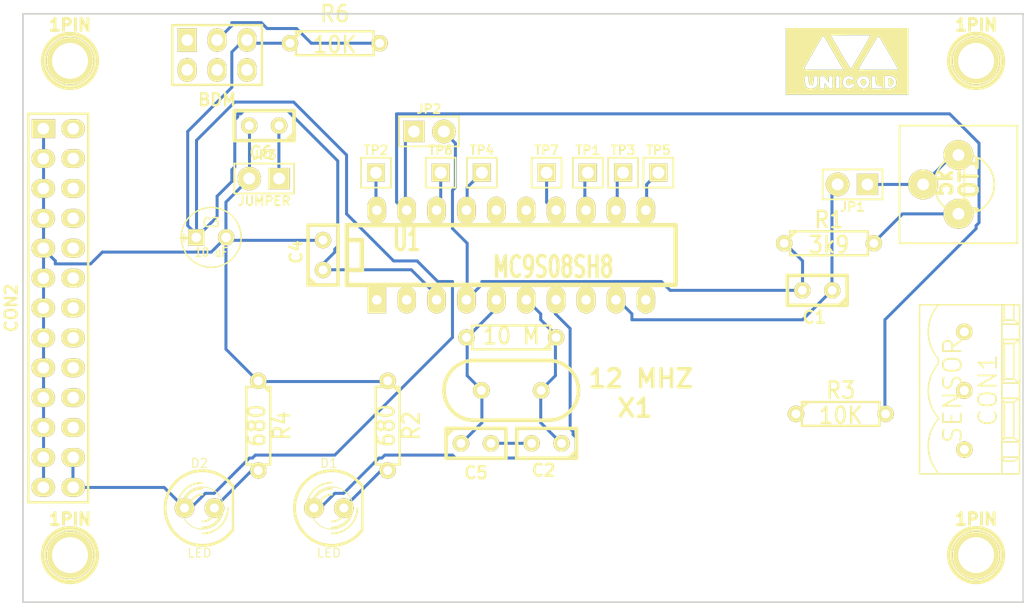
<source format=kicad_pcb>
(kicad_pcb (version 3) (host pcbnew "(2013-mar-13)-testing")

  (general
    (links 78)
    (no_connects 21)
    (area 78.1364 102.9459 165.075001 154.075001)
    (thickness 1.6)
    (drawings 4)
    (tracks 255)
    (zones 0)
    (modules 37)
    (nets 27)
  )

  (page A4)
  (layers
    (15 F.Cu signal)
    (0 B.Cu signal)
    (16 B.Adhes user)
    (17 F.Adhes user)
    (18 B.Paste user)
    (19 F.Paste user)
    (20 B.SilkS user)
    (21 F.SilkS user)
    (22 B.Mask user)
    (23 F.Mask user)
    (24 Dwgs.User user)
    (25 Cmts.User user)
    (26 Eco1.User user)
    (27 Eco2.User user)
    (28 Edge.Cuts user)
  )

  (setup
    (last_trace_width 0.254)
    (trace_clearance 0.254)
    (zone_clearance 0.508)
    (zone_45_only no)
    (trace_min 0.254)
    (segment_width 0.2)
    (edge_width 0.15)
    (via_size 0.889)
    (via_drill 0.635)
    (via_min_size 0.889)
    (via_min_drill 0.508)
    (uvia_size 0.508)
    (uvia_drill 0.127)
    (uvias_allowed no)
    (uvia_min_size 0.508)
    (uvia_min_drill 0.127)
    (pcb_text_width 0.3)
    (pcb_text_size 1.5 1.5)
    (mod_edge_width 0.15)
    (mod_text_size 1.5 1.5)
    (mod_text_width 0.15)
    (pad_size 2.54 2.54)
    (pad_drill 1)
    (pad_to_mask_clearance 0.2)
    (aux_axis_origin 0 0)
    (visible_elements FFFFF77F)
    (pcbplotparams
      (layerselection 3178497)
      (usegerberextensions true)
      (excludeedgelayer false)
      (linewidth 0.100000)
      (plotframeref false)
      (viasonmask false)
      (mode 1)
      (useauxorigin false)
      (hpglpennumber 1)
      (hpglpenspeed 20)
      (hpglpendiameter 15)
      (hpglpenoverlay 2)
      (psnegative false)
      (psa4output false)
      (plotreference true)
      (plotvalue true)
      (plotothertext true)
      (plotinvisibletext false)
      (padsonsilk false)
      (subtractmaskfromsilk false)
      (outputformat 1)
      (mirror false)
      (drillshape 0)
      (scaleselection 1)
      (outputdirectory ""))
  )

  (net 0 "")
  (net 1 /Alarma)
  (net 2 /BDM)
  (net 3 /EXTAL)
  (net 4 /GM)
  (net 5 /IC)
  (net 6 /Led1)
  (net 7 /OPT1)
  (net 8 /OPT2)
  (net 9 /OPT3)
  (net 10 /RC)
  (net 11 /RESET)
  (net 12 /SC)
  (net 13 /TC)
  (net 14 /Temp)
  (net 15 /XTAL)
  (net 16 /c_Flash)
  (net 17 /select)
  (net 18 /sensor)
  (net 19 /vreg)
  (net 20 GND)
  (net 21 N-0000013)
  (net 22 N-0000014)
  (net 23 N-0000015)
  (net 24 N-0000017)
  (net 25 N-0000018)
  (net 26 N-0000022)

  (net_class Default "This is the default net class."
    (clearance 0.254)
    (trace_width 0.254)
    (via_dia 0.889)
    (via_drill 0.635)
    (uvia_dia 0.508)
    (uvia_drill 0.127)
    (add_net "")
    (add_net /Alarma)
    (add_net /BDM)
    (add_net /EXTAL)
    (add_net /GM)
    (add_net /IC)
    (add_net /Led1)
    (add_net /OPT1)
    (add_net /OPT2)
    (add_net /OPT3)
    (add_net /RC)
    (add_net /RESET)
    (add_net /SC)
    (add_net /TC)
    (add_net /Temp)
    (add_net /XTAL)
    (add_net /c_Flash)
    (add_net /select)
    (add_net /sensor)
    (add_net /vreg)
    (add_net GND)
    (add_net N-0000013)
    (add_net N-0000014)
    (add_net N-0000015)
    (add_net N-0000017)
    (add_net N-0000018)
    (add_net N-0000022)
  )

  (module LOGO (layer F.Cu) (tedit 0) (tstamp 521B16C3)
    (at 150 108)
    (fp_text reference G*** (at 0 3.556) (layer F.SilkS) hide
      (effects (font (thickness 0.3048)))
    )
    (fp_text value LOGO (at 0 -3.556) (layer F.SilkS) hide
      (effects (font (thickness 0.3048)))
    )
    (fp_poly (pts (xy 5.25018 2.87782) (xy 4.41198 2.87782) (xy 4.41198 0.762) (xy 4.13258 0.27178)
      (xy 3.70586 -0.47244) (xy 3.35534 -1.07188) (xy 3.08356 -1.53162) (xy 2.88544 -1.8542)
      (xy 2.7559 -2.04978) (xy 2.69494 -2.11582) (xy 2.6416 -2.04724) (xy 2.51714 -1.85928)
      (xy 2.34442 -1.57988) (xy 2.1336 -1.23444) (xy 2.00406 -1.01854) (xy 2.00406 -2.1717)
      (xy 2.00406 -2.17424) (xy 1.91262 -2.18186) (xy 1.67894 -2.18948) (xy 1.32842 -2.18948)
      (xy 0.889 -2.18948) (xy 0.38354 -2.1844) (xy 0.30988 -2.1844) (xy -1.34874 -2.159)
      (xy -0.52578 -0.74422) (xy -0.26924 -0.3048) (xy -0.04064 0.07874) (xy 0.14732 0.38354)
      (xy 0.28194 0.58928) (xy 0.34544 0.6731) (xy 0.34798 0.67564) (xy 0.40386 0.60452)
      (xy 0.53086 0.41148) (xy 0.71374 0.11684) (xy 0.9398 -0.25908) (xy 1.1938 -0.69342)
      (xy 1.21666 -0.73152) (xy 1.47066 -1.17094) (xy 1.68656 -1.55702) (xy 1.85674 -1.8669)
      (xy 1.96596 -2.08026) (xy 2.00406 -2.1717) (xy 2.00406 -1.01854) (xy 1.905 -0.8509)
      (xy 1.67132 -0.4572) (xy 1.45034 -0.07874) (xy 1.25984 0.254) (xy 1.11506 0.51562)
      (xy 1.03124 0.67818) (xy 1.016 0.71628) (xy 1.09728 0.72898) (xy 1.3208 0.74168)
      (xy 1.6637 0.75184) (xy 2.10058 0.75692) (xy 2.60604 0.75946) (xy 2.71272 0.762)
      (xy 4.41198 0.762) (xy 4.41198 2.87782) (xy 4.22402 2.87782) (xy 4.22402 1.74498)
      (xy 4.14274 1.48844) (xy 4.09194 1.4224) (xy 3.87858 1.30048) (xy 3.58394 1.27)
      (xy 3.21818 1.27) (xy 3.21818 1.81864) (xy 3.21818 2.36982) (xy 3.57124 2.36982)
      (xy 3.86334 2.33172) (xy 4.07162 2.23266) (xy 4.07924 2.23012) (xy 4.20116 2.01676)
      (xy 4.22402 1.74498) (xy 4.22402 2.87782) (xy 3.048 2.87782) (xy 3.048 2.2479)
      (xy 2.96926 2.14884) (xy 2.77368 2.10058) (xy 2.60604 2.07264) (xy 2.51968 2.00152)
      (xy 2.48412 1.83642) (xy 2.47142 1.67132) (xy 2.44348 1.4224) (xy 2.39014 1.30048)
      (xy 2.28854 1.27) (xy 2.28092 1.27) (xy 2.19202 1.28778) (xy 2.14122 1.36652)
      (xy 2.1209 1.54686) (xy 2.11582 1.81864) (xy 2.11582 2.36982) (xy 2.58318 2.36982)
      (xy 2.86766 2.35712) (xy 3.01244 2.31394) (xy 3.048 2.2479) (xy 3.048 2.87782)
      (xy 1.9431 2.87782) (xy 1.9431 1.7526) (xy 1.88214 1.4986) (xy 1.81356 1.40208)
      (xy 1.59766 1.28778) (xy 1.34112 1.28778) (xy 1.09474 1.38176) (xy 0.91186 1.55194)
      (xy 0.84582 1.7653) (xy 0.89662 1.94056) (xy 1.01854 2.14122) (xy 1.02108 2.1463)
      (xy 1.25222 2.32664) (xy 1.52146 2.3622) (xy 1.77546 2.24536) (xy 1.79324 2.23012)
      (xy 1.91262 2.02184) (xy 1.9431 1.7526) (xy 1.9431 2.87782) (xy 0.67818 2.87782)
      (xy 0.67818 2.01676) (xy 0.61214 1.9558) (xy 0.46482 1.9558) (xy 0.31242 2.01422)
      (xy 0.26924 2.04724) (xy 0.14224 2.09042) (xy 0.02032 2.01168) (xy -0.05334 1.85928)
      (xy -0.04572 1.7018) (xy 0.05334 1.5748) (xy 0.20066 1.52146) (xy 0.32512 1.55956)
      (xy 0.35306 1.60528) (xy 0.43434 1.64084) (xy 0.50292 1.61036) (xy 0.57912 1.52654)
      (xy 0.5207 1.41224) (xy 0.51308 1.40208) (xy 0.32258 1.29032) (xy 0.0762 1.28524)
      (xy -0.1524 1.3843) (xy -0.21082 1.4351) (xy -0.2667 1.5367) (xy -0.2667 0.762)
      (xy -1.11506 -0.6985) (xy -1.37414 -1.14554) (xy -1.60274 -1.53924) (xy -1.78816 -1.85674)
      (xy -1.9177 -2.07518) (xy -1.97866 -2.17424) (xy -1.9812 -2.17678) (xy -2.02692 -2.11582)
      (xy -2.13868 -1.93294) (xy -2.30378 -1.65862) (xy -2.50698 -1.31826) (xy -2.72796 -0.93726)
      (xy -2.95402 -0.54864) (xy -3.16992 -0.17272) (xy -3.35788 0.15748) (xy -3.50266 0.4191)
      (xy -3.58902 0.58166) (xy -3.60172 0.61214) (xy -3.61188 0.66294) (xy -3.5814 0.70104)
      (xy -3.48996 0.72644) (xy -3.31724 0.74422) (xy -3.04038 0.75438) (xy -2.6416 0.75946)
      (xy -2.10058 0.75946) (xy -1.96342 0.762) (xy -0.2667 0.762) (xy -0.2667 1.5367)
      (xy -0.3429 1.67894) (xy -0.34544 1.92278) (xy -0.24638 2.14122) (xy -0.07112 2.2987)
      (xy 0.1524 2.36982) (xy 0.39116 2.31902) (xy 0.52324 2.23012) (xy 0.64262 2.0955)
      (xy 0.67818 2.01676) (xy 0.67818 2.87782) (xy 0.04318 2.87782) (xy -0.59182 2.87782)
      (xy -0.59182 1.81864) (xy -0.59944 1.52146) (xy -0.6223 1.35636) (xy -0.67564 1.2827)
      (xy -0.762 1.27) (xy -0.85344 1.28524) (xy -0.90424 1.36144) (xy -0.9271 1.53416)
      (xy -0.93218 1.81864) (xy -0.9271 2.11582) (xy -0.90424 2.28346) (xy -0.8509 2.35458)
      (xy -0.762 2.36982) (xy -0.67056 2.35204) (xy -0.61976 2.27584) (xy -0.5969 2.10312)
      (xy -0.59182 1.81864) (xy -0.59182 2.87782) (xy -1.18618 2.87782) (xy -1.18618 1.81864)
      (xy -1.19126 1.52146) (xy -1.21412 1.35636) (xy -1.26746 1.2827) (xy -1.35382 1.27)
      (xy -1.47574 1.30556) (xy -1.52146 1.44526) (xy -1.52654 1.54432) (xy -1.52654 1.81864)
      (xy -1.70434 1.54432) (xy -1.90246 1.32588) (xy -2.0828 1.27) (xy -2.19202 1.28016)
      (xy -2.25298 1.33604) (xy -2.28092 1.48082) (xy -2.286 1.74498) (xy -2.286 1.81864)
      (xy -2.28346 2.11582) (xy -2.2606 2.28092) (xy -2.2098 2.35204) (xy -2.1082 2.36982)
      (xy -2.07518 2.36982) (xy -1.9177 2.3368) (xy -1.86436 2.2098) (xy -1.85928 2.13614)
      (xy -1.85674 1.905) (xy -1.68402 2.13614) (xy -1.52146 2.29616) (xy -1.3589 2.36982)
      (xy -1.34874 2.36982) (xy -1.25984 2.3495) (xy -1.21158 2.26822) (xy -1.18872 2.08534)
      (xy -1.18618 1.81864) (xy -1.18618 2.87782) (xy -2.45618 2.87782) (xy -2.45618 1.75514)
      (xy -2.45618 1.67894) (xy -2.46634 1.43002) (xy -2.50444 1.3081) (xy -2.59334 1.27)
      (xy -2.62382 1.27) (xy -2.73812 1.30048) (xy -2.78638 1.4224) (xy -2.79654 1.5875)
      (xy -2.82956 1.89992) (xy -2.92354 2.07264) (xy -3.0734 2.09042) (xy -3.08102 2.08788)
      (xy -3.175 1.98628) (xy -3.21564 1.76022) (xy -3.21818 1.65354) (xy -3.22834 1.41224)
      (xy -3.27406 1.30048) (xy -3.37312 1.27) (xy -3.38582 1.27) (xy -3.48996 1.29032)
      (xy -3.54076 1.38684) (xy -3.556 1.59766) (xy -3.556 1.68656) (xy -3.52298 2.02184)
      (xy -3.43154 2.22758) (xy -3.42392 2.2352) (xy -3.21056 2.34442) (xy -2.93878 2.35966)
      (xy -2.68478 2.28346) (xy -2.61112 2.23012) (xy -2.49936 2.04978) (xy -2.45618 1.75514)
      (xy -2.45618 2.87782) (xy -5.16382 2.87782) (xy -5.16382 0.04064) (xy -5.16382 -2.794)
      (xy 0.04318 -2.794) (xy 5.25018 -2.794) (xy 5.25018 0.04064) (xy 5.25018 2.87782)
      (xy 5.25018 2.87782)) (layer F.SilkS) (width 0.00254))
    (fp_poly (pts (xy 1.67132 1.83134) (xy 1.64338 1.92024) (xy 1.49606 2.07518) (xy 1.3462 2.06248)
      (xy 1.28778 2.01422) (xy 1.19634 1.83896) (xy 1.21158 1.65862) (xy 1.31826 1.55194)
      (xy 1.4859 1.55702) (xy 1.62052 1.67132) (xy 1.67132 1.83134) (xy 1.67132 1.83134)) (layer F.SilkS) (width 0.00254))
    (fp_poly (pts (xy 3.95732 1.88468) (xy 3.84556 2.06756) (xy 3.69316 2.1844) (xy 3.60172 2.15392)
      (xy 3.56108 1.97358) (xy 3.556 1.81864) (xy 3.56362 1.56972) (xy 3.59918 1.46304)
      (xy 3.69316 1.46558) (xy 3.81508 1.52654) (xy 3.95478 1.67894) (xy 3.95732 1.88468)
      (xy 3.95732 1.88468)) (layer F.SilkS) (width 0.00254))
  )

  (module 1pin (layer F.Cu) (tedit 200000) (tstamp 52161A76)
    (at 161 108)
    (descr "module 1 pin (ou trou mecanique de percage)")
    (tags DEV)
    (path 1pin)
    (fp_text reference 1PIN (at 0 -3.048) (layer F.SilkS)
      (effects (font (size 1.016 1.016) (thickness 0.254)))
    )
    (fp_text value P*** (at 0 2.794) (layer F.SilkS) hide
      (effects (font (size 1.016 1.016) (thickness 0.254)))
    )
    (fp_circle (center 0 0) (end 0 -2.286) (layer F.SilkS) (width 0.381))
    (pad 1 thru_hole circle (at 0 0) (size 4.064 4.064) (drill 3.048)
      (layers *.Cu *.Mask F.SilkS)
    )
  )

  (module CVAR3X2 (layer F.Cu) (tedit 5218C6C2) (tstamp 520EA69A)
    (at 159.5 118.5 90)
    (descr "Condensateur ajustable")
    (tags "C DEV")
    (path /51D40791)
    (fp_text reference POT1 (at 0 0.889 90) (layer F.SilkS)
      (effects (font (size 1.524 1.27) (thickness 0.3048)))
    )
    (fp_text value 5k (at 0.127 -1.27 90) (layer F.SilkS)
      (effects (font (size 1.524 1.27) (thickness 0.3048)))
    )
    (fp_line (start -2.5 0.5) (end 2.5 0.5) (layer F.SilkS) (width 0.15))
    (fp_circle (center 0 0.5) (end 2.5 0) (layer F.SilkS) (width 0.15))
    (fp_line (start 5 0) (end 5 -5) (layer F.SilkS) (width 0.15))
    (fp_line (start 5 -5) (end -5 -5) (layer F.SilkS) (width 0.15))
    (fp_line (start -5 -5) (end -5 5) (layer F.SilkS) (width 0.15))
    (fp_line (start -5 5) (end 5 5) (layer F.SilkS) (width 0.15))
    (fp_line (start 5 5) (end 5 0) (layer F.SilkS) (width 0.15))
    (pad 1 thru_hole circle (at 0 -3 90) (size 2.54 2.54) (drill 1)
      (layers *.Cu *.Mask F.SilkS)
      (net 22 N-0000014)
    )
    (pad 2 thru_hole circle (at 2.5 0 90) (size 2.54 2.54) (drill 1)
      (layers *.Cu *.Mask F.SilkS)
      (net 22 N-0000014)
    )
    (pad 3 thru_hole circle (at -2.5 0 90) (size 2.54 2.54) (drill 1)
      (layers *.Cu *.Mask F.SilkS)
      (net 21 N-0000013)
    )
  )

  (module C1 (layer F.Cu) (tedit 3F92C496) (tstamp 520EA5A1)
    (at 147.5 127.5 180)
    (descr "Condensateur e = 1 pas")
    (tags C)
    (path /516967BB)
    (fp_text reference C1 (at 0.254 -2.286 180) (layer F.SilkS)
      (effects (font (size 1.016 1.016) (thickness 0.2032)))
    )
    (fp_text value 0.1uF (at 0 -2.286 180) (layer F.SilkS) hide
      (effects (font (size 1.016 1.016) (thickness 0.2032)))
    )
    (fp_line (start -2.4892 -1.27) (end 2.54 -1.27) (layer F.SilkS) (width 0.3048))
    (fp_line (start 2.54 -1.27) (end 2.54 1.27) (layer F.SilkS) (width 0.3048))
    (fp_line (start 2.54 1.27) (end -2.54 1.27) (layer F.SilkS) (width 0.3048))
    (fp_line (start -2.54 1.27) (end -2.54 -1.27) (layer F.SilkS) (width 0.3048))
    (fp_line (start -2.54 -0.635) (end -1.905 -1.27) (layer F.SilkS) (width 0.3048))
    (pad 1 thru_hole circle (at -1.27 0 180) (size 1.397 1.397) (drill 0.75)
      (layers *.Cu *.Mask F.SilkS)
      (net 18 /sensor)
    )
    (pad 2 thru_hole circle (at 1.27 0 180) (size 1.397 1.397) (drill 0.75)
      (layers *.Cu *.Mask F.SilkS)
      (net 20 GND)
    )
    (model discret/capa_1_pas.wrl
      (at (xyz 0 0 0))
      (scale (xyz 1 1 1))
      (rotate (xyz 0 0 0))
    )
  )

  (module C1 (layer F.Cu) (tedit 3F92C496) (tstamp 520EA5AC)
    (at 124.5 140.5 180)
    (descr "Condensateur e = 1 pas")
    (tags C)
    (path /50872368)
    (fp_text reference C2 (at 0.254 -2.286 180) (layer F.SilkS)
      (effects (font (size 1.016 1.016) (thickness 0.2032)))
    )
    (fp_text value "25 pF" (at 0 -2.286 180) (layer F.SilkS) hide
      (effects (font (size 1.016 1.016) (thickness 0.2032)))
    )
    (fp_line (start -2.4892 -1.27) (end 2.54 -1.27) (layer F.SilkS) (width 0.3048))
    (fp_line (start 2.54 -1.27) (end 2.54 1.27) (layer F.SilkS) (width 0.3048))
    (fp_line (start 2.54 1.27) (end -2.54 1.27) (layer F.SilkS) (width 0.3048))
    (fp_line (start -2.54 1.27) (end -2.54 -1.27) (layer F.SilkS) (width 0.3048))
    (fp_line (start -2.54 -0.635) (end -1.905 -1.27) (layer F.SilkS) (width 0.3048))
    (pad 1 thru_hole circle (at -1.27 0 180) (size 1.397 1.397) (drill 0.75)
      (layers *.Cu *.Mask F.SilkS)
      (net 15 /XTAL)
    )
    (pad 2 thru_hole circle (at 1.27 0 180) (size 1.397 1.397) (drill 0.75)
      (layers *.Cu *.Mask F.SilkS)
      (net 20 GND)
    )
    (model discret/capa_1_pas.wrl
      (at (xyz 0 0 0))
      (scale (xyz 1 1 1))
      (rotate (xyz 0 0 0))
    )
  )

  (module C1 (layer F.Cu) (tedit 3F92C496) (tstamp 520EA5C2)
    (at 105.5 124.5 90)
    (descr "Condensateur e = 1 pas")
    (tags C)
    (path /50872278)
    (fp_text reference C4 (at 0.254 -2.286 90) (layer F.SilkS)
      (effects (font (size 1.016 1.016) (thickness 0.2032)))
    )
    (fp_text value "0,1 uF" (at 0 -2.286 90) (layer F.SilkS) hide
      (effects (font (size 1.016 1.016) (thickness 0.2032)))
    )
    (fp_line (start -2.4892 -1.27) (end 2.54 -1.27) (layer F.SilkS) (width 0.3048))
    (fp_line (start 2.54 -1.27) (end 2.54 1.27) (layer F.SilkS) (width 0.3048))
    (fp_line (start 2.54 1.27) (end -2.54 1.27) (layer F.SilkS) (width 0.3048))
    (fp_line (start -2.54 1.27) (end -2.54 -1.27) (layer F.SilkS) (width 0.3048))
    (fp_line (start -2.54 -0.635) (end -1.905 -1.27) (layer F.SilkS) (width 0.3048))
    (pad 1 thru_hole circle (at -1.27 0 90) (size 1.397 1.397) (drill 0.75)
      (layers *.Cu *.Mask F.SilkS)
      (net 19 /vreg)
    )
    (pad 2 thru_hole circle (at 1.27 0 90) (size 1.397 1.397) (drill 0.75)
      (layers *.Cu *.Mask F.SilkS)
      (net 20 GND)
    )
    (model discret/capa_1_pas.wrl
      (at (xyz 0 0 0))
      (scale (xyz 1 1 1))
      (rotate (xyz 0 0 0))
    )
  )

  (module C1 (layer F.Cu) (tedit 3F92C496) (tstamp 520EA5D5)
    (at 100.5 113.5 180)
    (descr "Condensateur e = 1 pas")
    (tags C)
    (path /50872515)
    (fp_text reference C6 (at 0.254 -2.286 180) (layer F.SilkS)
      (effects (font (size 1.016 1.016) (thickness 0.2032)))
    )
    (fp_text value "C0.1 uF" (at 0 -2.286 180) (layer F.SilkS) hide
      (effects (font (size 1.016 1.016) (thickness 0.2032)))
    )
    (fp_line (start -2.4892 -1.27) (end 2.54 -1.27) (layer F.SilkS) (width 0.3048))
    (fp_line (start 2.54 -1.27) (end 2.54 1.27) (layer F.SilkS) (width 0.3048))
    (fp_line (start 2.54 1.27) (end -2.54 1.27) (layer F.SilkS) (width 0.3048))
    (fp_line (start -2.54 1.27) (end -2.54 -1.27) (layer F.SilkS) (width 0.3048))
    (fp_line (start -2.54 -0.635) (end -1.905 -1.27) (layer F.SilkS) (width 0.3048))
    (pad 1 thru_hole circle (at -1.27 0 180) (size 1.397 1.397) (drill 0.75)
      (layers *.Cu *.Mask F.SilkS)
      (net 11 /RESET)
    )
    (pad 2 thru_hole circle (at 1.27 0 180) (size 1.397 1.397) (drill 0.75)
      (layers *.Cu *.Mask F.SilkS)
      (net 20 GND)
    )
    (model discret/capa_1_pas.wrl
      (at (xyz 0 0 0))
      (scale (xyz 1 1 1))
      (rotate (xyz 0 0 0))
    )
  )

  (module PHOENIX_MSTBA2,54-G_3 (layer F.Cu) (tedit 5218BCB0) (tstamp 520EA61F)
    (at 160 136 270)
    (path /519D5B21)
    (attr virtual)
    (fp_text reference CON1 (at 0 -2 270) (layer F.SilkS)
      (effects (font (thickness 0.15)))
    )
    (fp_text value SENSOR (at 0 1 270) (layer F.SilkS)
      (effects (font (thickness 0.15)))
    )
    (fp_line (start 2.3 2.2) (end 2.4 2.2) (layer F.SilkS) (width 0.127))
    (fp_line (start 7.1 -4.7) (end 7.1 3.8) (layer F.SilkS) (width 0.127))
    (fp_arc (start 4.725 -0.44458) (end 7.0237 2.20464) (angle 81.9) (layer F.SilkS) (width 0.127))
    (fp_line (start 4.02678 -3.39352) (end 4.3773 -3.19286) (layer F.SilkS) (width 0.127))
    (fp_line (start 6.02322 -3.39352) (end 5.6727 -3.19286) (layer F.SilkS) (width 0.127))
    (fp_line (start 4.02678 -3.39352) (end 2.725 -3.39352) (layer F.SilkS) (width 0.127))
    (fp_line (start 4.3773 -4.694) (end 4.3773 -3.19286) (layer F.SilkS) (width 0.127))
    (fp_line (start 5.6727 -4.694) (end 5.6727 -3.19286) (layer F.SilkS) (width 0.127))
    (fp_line (start 5.6727 -3.19286) (end 6.02322 -3.19286) (layer F.SilkS) (width 0.127))
    (fp_line (start 4.3773 -3.19286) (end 7.1 -3.19286) (layer F.SilkS) (width 0.127))
    (fp_line (start 4.02678 -3.19286) (end 4.3773 -3.19286) (layer F.SilkS) (width 0.127))
    (fp_line (start 4.02678 -4.19362) (end 2.725 -4.19362) (layer F.SilkS) (width 0.127))
    (fp_line (start 4.3773 -4.694) (end 7.1 -4.694) (layer F.SilkS) (width 0.127))
    (fp_line (start 2.725 -4.694) (end 4.3773 -4.694) (layer F.SilkS) (width 0.127))
    (fp_line (start 6.02322 -4.19362) (end 6.02322 -3.39352) (layer F.SilkS) (width 0.127))
    (fp_line (start 5.6727 -4.694) (end 6.02322 -4.19362) (layer F.SilkS) (width 0.127))
    (fp_line (start 4.02678 -4.19362) (end 4.3773 -4.694) (layer F.SilkS) (width 0.127))
    (fp_line (start 4.02678 -3.39352) (end 4.02678 -4.19362) (layer F.SilkS) (width 0.127))
    (fp_line (start 4.02678 -3.19286) (end 2.725 -3.19286) (layer F.SilkS) (width 0.127))
    (fp_line (start -7.275 -4.695) (end -7.275 3.805) (layer F.SilkS) (width 0.127))
    (fp_line (start -2.675 2.205) (end -2.275 2.205) (layer F.SilkS) (width 0.127))
    (fp_arc (start 0.025 -0.44458) (end 2.3237 2.20464) (angle 81.9) (layer F.SilkS) (width 0.127))
    (fp_line (start -0.97322 -3.39352) (end -0.6227 -3.19286) (layer F.SilkS) (width 0.127))
    (fp_line (start 1.02322 -3.39352) (end 0.6727 -3.19286) (layer F.SilkS) (width 0.127))
    (fp_line (start 1.02322 -3.39352) (end 2.725 -3.39352) (layer F.SilkS) (width 0.127))
    (fp_line (start -0.97322 -3.39352) (end -3.8739 -3.39352) (layer F.SilkS) (width 0.127))
    (fp_line (start -0.6227 -4.694) (end -0.6227 -3.19286) (layer F.SilkS) (width 0.127))
    (fp_line (start 0.6727 -4.694) (end 0.6727 -3.19286) (layer F.SilkS) (width 0.127))
    (fp_line (start 0.6727 -3.19286) (end 1.02322 -3.19286) (layer F.SilkS) (width 0.127))
    (fp_line (start -0.6227 -3.19286) (end 0.6727 -3.19286) (layer F.SilkS) (width 0.127))
    (fp_line (start -0.97322 -3.19286) (end -0.6227 -3.19286) (layer F.SilkS) (width 0.127))
    (fp_line (start 7.1 3.80484) (end -7.2739 3.80484) (layer F.SilkS) (width 0.127))
    (fp_line (start 1.02322 -4.19362) (end 2.725 -4.19362) (layer F.SilkS) (width 0.127))
    (fp_line (start -0.97322 -4.19362) (end -3.8739 -4.19362) (layer F.SilkS) (width 0.127))
    (fp_line (start 0.6727 -4.694) (end 2.725 -4.694) (layer F.SilkS) (width 0.127))
    (fp_line (start -0.6227 -4.694) (end 0.6727 -4.694) (layer F.SilkS) (width 0.127))
    (fp_line (start -3.8739 -4.694) (end -0.6227 -4.694) (layer F.SilkS) (width 0.127))
    (fp_line (start 1.02322 -4.19362) (end 1.02322 -3.39352) (layer F.SilkS) (width 0.127))
    (fp_line (start 0.6727 -4.694) (end 1.02322 -4.19362) (layer F.SilkS) (width 0.127))
    (fp_line (start -0.97322 -4.19362) (end -0.6227 -4.694) (layer F.SilkS) (width 0.127))
    (fp_line (start -0.97322 -3.39352) (end -0.97322 -4.19362) (layer F.SilkS) (width 0.127))
    (fp_line (start -0.97322 -3.19286) (end -3.8739 -3.19286) (layer F.SilkS) (width 0.127))
    (fp_line (start 1.02322 -3.19286) (end 2.725 -3.19286) (layer F.SilkS) (width 0.127))
    (fp_line (start -3.97678 -3.19286) (end -1.0761 -3.19286) (layer F.SilkS) (width 0.127))
    (fp_line (start -5.97322 -3.19286) (end -7.275 -3.19286) (layer F.SilkS) (width 0.127))
    (fp_line (start -5.97322 -3.39352) (end -5.97322 -4.19362) (layer F.SilkS) (width 0.127))
    (fp_line (start -5.97322 -4.19362) (end -5.6227 -4.694) (layer F.SilkS) (width 0.127))
    (fp_line (start -4.3273 -4.694) (end -3.97678 -4.19362) (layer F.SilkS) (width 0.127))
    (fp_line (start -3.97678 -4.19362) (end -3.97678 -3.39352) (layer F.SilkS) (width 0.127))
    (fp_line (start -7.275 -4.694) (end -5.6227 -4.694) (layer F.SilkS) (width 0.127))
    (fp_line (start -5.6227 -4.694) (end -4.3273 -4.694) (layer F.SilkS) (width 0.127))
    (fp_line (start -4.3273 -4.694) (end -1.0761 -4.694) (layer F.SilkS) (width 0.127))
    (fp_line (start -5.97322 -4.19362) (end -7.275 -4.19362) (layer F.SilkS) (width 0.127))
    (fp_line (start -3.97678 -4.19362) (end -1.0761 -4.19362) (layer F.SilkS) (width 0.127))
    (fp_line (start -5.97322 -3.19286) (end -5.6227 -3.19286) (layer F.SilkS) (width 0.127))
    (fp_line (start -5.6227 -3.19286) (end -4.3273 -3.19286) (layer F.SilkS) (width 0.127))
    (fp_line (start -4.3273 -3.19286) (end -3.97678 -3.19286) (layer F.SilkS) (width 0.127))
    (fp_line (start -4.3273 -4.694) (end -4.3273 -3.19286) (layer F.SilkS) (width 0.127))
    (fp_line (start -5.6227 -4.694) (end -5.6227 -3.19286) (layer F.SilkS) (width 0.127))
    (fp_line (start -5.97322 -3.39352) (end -7.275 -3.39352) (layer F.SilkS) (width 0.127))
    (fp_line (start -3.97678 -3.39352) (end -1.0761 -3.39352) (layer F.SilkS) (width 0.127))
    (fp_line (start -3.97678 -3.39352) (end -4.3273 -3.19286) (layer F.SilkS) (width 0.127))
    (fp_line (start -5.97322 -3.39352) (end -5.6227 -3.19286) (layer F.SilkS) (width 0.127))
    (fp_arc (start -4.975 -0.44458) (end -2.6763 2.20464) (angle 81.9) (layer F.SilkS) (width 0.127))
    (pad 1 thru_hole circle (at 5.025 0.005 270) (size 1.397 1.397) (drill 0.75)
      (layers *.Cu *.Mask F.SilkS)
      (net 19 /vreg)
    )
    (pad 1 thru_hole circle (at 0.025 0.005 270) (size 1.397 1.397) (drill 0.75)
      (layers *.Cu *.Mask F.SilkS)
      (net 18 /sensor)
    )
    (pad 1 thru_hole circle (at -4.975 0.005 270) (size 1.397 1.397) (drill 0.75)
      (layers *.Cu *.Mask F.SilkS)
      (net 20 GND)
    )
    (pad 1 thru_hole circle (at -4.98 0 270) (size 1.397 1.397) (drill 0.75)
      (layers *.Cu *.Mask F.SilkS)
      (net 20 GND)
    )
    (pad 2 thru_hole circle (at 0 0 270) (size 1.397 1.397) (drill 0.75)
      (layers *.Cu *.Mask F.SilkS)
      (net 18 /sensor)
    )
    (pad 3 thru_hole circle (at 5.03 -0.01 270) (size 1.397 1.397) (drill 0.75)
      (layers *.Cu *.Mask F.SilkS)
      (net 19 /vreg)
    )
  )

  (module pin_array_3x2 (layer F.Cu) (tedit 52125E7C) (tstamp 520EA64F)
    (at 96.5 107.5)
    (descr "Double rangee de contacts 2 x 4 pins")
    (tags CONN)
    (path /50872459)
    (fp_text reference CON3 (at 0 4) (layer F.SilkS) hide
      (effects (font (size 1.016 1.016) (thickness 0.2032)))
    )
    (fp_text value BDM (at 0 3.81) (layer F.SilkS)
      (effects (font (size 1.016 1.016) (thickness 0.2032)))
    )
    (fp_line (start 3.81 2.54) (end -3.81 2.54) (layer F.SilkS) (width 0.2032))
    (fp_line (start -3.81 -2.54) (end 3.81 -2.54) (layer F.SilkS) (width 0.2032))
    (fp_line (start 3.81 -2.54) (end 3.81 2.54) (layer F.SilkS) (width 0.2032))
    (fp_line (start -3.81 2.54) (end -3.81 -2.54) (layer F.SilkS) (width 0.2032))
    (pad 1 thru_hole oval (at -2.54 1.27) (size 1.6 2) (drill 0.99)
      (layers *.Cu *.Mask F.SilkS)
      (net 2 /BDM)
    )
    (pad 2 thru_hole rect (at -2.54 -1.27) (size 1.6 2) (drill 0.99)
      (layers *.Cu *.Mask F.SilkS)
      (net 20 GND)
    )
    (pad 3 thru_hole oval (at 0 1.27) (size 1.6 2) (drill 0.99)
      (layers *.Cu *.Mask F.SilkS)
      (net 25 N-0000018)
    )
    (pad 4 thru_hole oval (at 0 -1.27) (size 1.6 2) (drill 0.99)
      (layers *.Cu *.Mask F.SilkS)
      (net 11 /RESET)
    )
    (pad 5 thru_hole oval (at 2.54 1.27) (size 1.6 2) (drill 0.99)
      (layers *.Cu *.Mask F.SilkS)
      (net 24 N-0000017)
    )
    (pad 6 thru_hole oval (at 2.54 -1.27) (size 1.6 2) (drill 0.99)
      (layers *.Cu *.Mask F.SilkS)
      (net 19 /vreg)
    )
    (model pin_array/pins_array_3x2.wrl
      (at (xyz 0 0 0))
      (scale (xyz 1 1 1))
      (rotate (xyz 0 0 0))
    )
  )

  (module LED-5MM (layer F.Cu) (tedit 52125D7E) (tstamp 520EA65E)
    (at 106 146)
    (descr "LED 5mm - Lead pitch 100mil (2,54mm)")
    (tags "LED led 5mm 5MM 100mil 2,54mm")
    (path /509AB92B)
    (fp_text reference D1 (at 0 -3.81) (layer F.SilkS)
      (effects (font (size 0.762 0.762) (thickness 0.0889)))
    )
    (fp_text value LED (at 0 3.81) (layer F.SilkS)
      (effects (font (size 0.762 0.762) (thickness 0.0889)))
    )
    (fp_line (start 2.8448 1.905) (end 2.8448 -1.905) (layer F.SilkS) (width 0.2032))
    (fp_circle (center 0.254 0) (end -1.016 1.27) (layer F.SilkS) (width 0.0762))
    (fp_arc (start 0.254 0) (end 2.794 1.905) (angle 286.2) (layer F.SilkS) (width 0.254))
    (fp_arc (start 0.254 0) (end -0.889 0) (angle 90) (layer F.SilkS) (width 0.1524))
    (fp_arc (start 0.254 0) (end 1.397 0) (angle 90) (layer F.SilkS) (width 0.1524))
    (fp_arc (start 0.254 0) (end -1.397 0) (angle 90) (layer F.SilkS) (width 0.1524))
    (fp_arc (start 0.254 0) (end 1.905 0) (angle 90) (layer F.SilkS) (width 0.1524))
    (fp_arc (start 0.254 0) (end -1.905 0) (angle 90) (layer F.SilkS) (width 0.1524))
    (fp_arc (start 0.254 0) (end 2.413 0) (angle 90) (layer F.SilkS) (width 0.1524))
    (pad 1 thru_hole circle (at -1.27 0) (size 1.6764 1.6764) (drill 0.75)
      (layers *.Cu *.Mask F.SilkS)
      (net 6 /Led1)
    )
    (pad 2 thru_hole circle (at 1.27 0) (size 1.6764 1.6764) (drill 0.75)
      (layers *.Cu *.Mask F.SilkS)
      (net 26 N-0000022)
    )
    (model discret/leds/led5_vertical_verde.wrl
      (at (xyz 0 0 0))
      (scale (xyz 1 1 1))
      (rotate (xyz 0 0 0))
    )
  )

  (module LED-5MM (layer F.Cu) (tedit 50ADE86B) (tstamp 520EA66D)
    (at 95 146)
    (descr "LED 5mm - Lead pitch 100mil (2,54mm)")
    (tags "LED led 5mm 5MM 100mil 2,54mm")
    (path /520BE832)
    (fp_text reference D2 (at 0 -3.81) (layer F.SilkS)
      (effects (font (size 0.762 0.762) (thickness 0.0889)))
    )
    (fp_text value LED (at 0 3.81) (layer F.SilkS)
      (effects (font (size 0.762 0.762) (thickness 0.0889)))
    )
    (fp_line (start 2.8448 1.905) (end 2.8448 -1.905) (layer F.SilkS) (width 0.2032))
    (fp_circle (center 0.254 0) (end -1.016 1.27) (layer F.SilkS) (width 0.0762))
    (fp_arc (start 0.254 0) (end 2.794 1.905) (angle 286.2) (layer F.SilkS) (width 0.254))
    (fp_arc (start 0.254 0) (end -0.889 0) (angle 90) (layer F.SilkS) (width 0.1524))
    (fp_arc (start 0.254 0) (end 1.397 0) (angle 90) (layer F.SilkS) (width 0.1524))
    (fp_arc (start 0.254 0) (end -1.397 0) (angle 90) (layer F.SilkS) (width 0.1524))
    (fp_arc (start 0.254 0) (end 1.905 0) (angle 90) (layer F.SilkS) (width 0.1524))
    (fp_arc (start 0.254 0) (end -1.905 0) (angle 90) (layer F.SilkS) (width 0.1524))
    (fp_arc (start 0.254 0) (end 2.413 0) (angle 90) (layer F.SilkS) (width 0.1524))
    (pad 1 thru_hole circle (at -1.27 0) (size 1.6764 1.6764) (drill 0.75)
      (layers *.Cu *.Mask F.SilkS)
      (net 19 /vreg)
    )
    (pad 2 thru_hole circle (at 1.27 0) (size 1.6764 1.6764) (drill 0.75)
      (layers *.Cu *.Mask F.SilkS)
      (net 23 N-0000015)
    )
    (model discret/leds/led5_vertical_verde.wrl
      (at (xyz 0 0 0))
      (scale (xyz 1 1 1))
      (rotate (xyz 0 0 0))
    )
  )

  (module PIN_ARRAY_2X1 (layer F.Cu) (tedit 4565C520) (tstamp 520EA677)
    (at 150.5 118.5 180)
    (descr "Connecteurs 2 pins")
    (tags "CONN DEV")
    (path /516979AF)
    (fp_text reference JP1 (at 0 -1.905 180) (layer F.SilkS)
      (effects (font (size 0.762 0.762) (thickness 0.1524)))
    )
    (fp_text value JUMPER (at 0 -1.905 180) (layer F.SilkS) hide
      (effects (font (size 0.762 0.762) (thickness 0.1524)))
    )
    (fp_line (start -2.54 1.27) (end -2.54 -1.27) (layer F.SilkS) (width 0.1524))
    (fp_line (start -2.54 -1.27) (end 2.54 -1.27) (layer F.SilkS) (width 0.1524))
    (fp_line (start 2.54 -1.27) (end 2.54 1.27) (layer F.SilkS) (width 0.1524))
    (fp_line (start 2.54 1.27) (end -2.54 1.27) (layer F.SilkS) (width 0.1524))
    (pad 1 thru_hole rect (at -1.27 0 180) (size 1.8 1.8) (drill 1)
      (layers *.Cu *.Mask F.SilkS)
      (net 22 N-0000014)
    )
    (pad 2 thru_hole circle (at 1.27 0 180) (size 2 2) (drill 1)
      (layers *.Cu *.Mask F.SilkS)
      (net 18 /sensor)
    )
    (model pin_array/pins_array_2x1.wrl
      (at (xyz 0 0 0))
      (scale (xyz 1 1 1))
      (rotate (xyz 0 0 0))
    )
  )

  (module PIN_ARRAY_2X1 (layer F.Cu) (tedit 4565C520) (tstamp 520EA681)
    (at 114.5 114)
    (descr "Connecteurs 2 pins")
    (tags "CONN DEV")
    (path /5169732A)
    (fp_text reference JP2 (at 0 -1.905) (layer F.SilkS)
      (effects (font (size 0.762 0.762) (thickness 0.1524)))
    )
    (fp_text value JUMPER (at 0 -1.905) (layer F.SilkS) hide
      (effects (font (size 0.762 0.762) (thickness 0.1524)))
    )
    (fp_line (start -2.54 1.27) (end -2.54 -1.27) (layer F.SilkS) (width 0.1524))
    (fp_line (start -2.54 -1.27) (end 2.54 -1.27) (layer F.SilkS) (width 0.1524))
    (fp_line (start 2.54 -1.27) (end 2.54 1.27) (layer F.SilkS) (width 0.1524))
    (fp_line (start 2.54 1.27) (end -2.54 1.27) (layer F.SilkS) (width 0.1524))
    (pad 1 thru_hole rect (at -1.27 0) (size 1.8 1.8) (drill 1)
      (layers *.Cu *.Mask F.SilkS)
      (net 17 /select)
    )
    (pad 2 thru_hole circle (at 1.27 0) (size 2 2) (drill 1)
      (layers *.Cu *.Mask F.SilkS)
      (net 20 GND)
    )
    (model pin_array/pins_array_2x1.wrl
      (at (xyz 0 0 0))
      (scale (xyz 1 1 1))
      (rotate (xyz 0 0 0))
    )
  )

  (module PIN_ARRAY_2X1 (layer F.Cu) (tedit 52125DB6) (tstamp 520EA68B)
    (at 100.5 118 180)
    (descr "Connecteurs 2 pins")
    (tags "CONN DEV")
    (path /51D3FFC1)
    (fp_text reference JP3 (at 0 2 180) (layer F.SilkS)
      (effects (font (size 0.762 0.762) (thickness 0.1524)))
    )
    (fp_text value JUMPER (at 0 -1.905 180) (layer F.SilkS)
      (effects (font (size 0.762 0.762) (thickness 0.1524)))
    )
    (fp_line (start -2.54 1.27) (end -2.54 -1.27) (layer F.SilkS) (width 0.1524))
    (fp_line (start -2.54 -1.27) (end 2.54 -1.27) (layer F.SilkS) (width 0.1524))
    (fp_line (start 2.54 -1.27) (end 2.54 1.27) (layer F.SilkS) (width 0.1524))
    (fp_line (start 2.54 1.27) (end -2.54 1.27) (layer F.SilkS) (width 0.1524))
    (pad 1 thru_hole rect (at -1.27 0 180) (size 1.8 1.8) (drill 1)
      (layers *.Cu *.Mask F.SilkS)
      (net 11 /RESET)
    )
    (pad 2 thru_hole circle (at 1.27 0 180) (size 2 2) (drill 1)
      (layers *.Cu *.Mask F.SilkS)
      (net 20 GND)
    )
    (model pin_array/pins_array_2x1.wrl
      (at (xyz 0 0 0))
      (scale (xyz 1 1 1))
      (rotate (xyz 0 0 0))
    )
  )

  (module R3 (layer F.Cu) (tedit 520EA88A) (tstamp 520EA6A8)
    (at 148.5 123.5)
    (descr "Resitance 3 pas")
    (tags R)
    (path /508DAF50)
    (autoplace_cost180 10)
    (fp_text reference R1 (at 0 -2) (layer F.SilkS)
      (effects (font (size 1.397 1.27) (thickness 0.2032)))
    )
    (fp_text value 3k9 (at 0 0.127) (layer F.SilkS)
      (effects (font (size 1.397 1.27) (thickness 0.2032)))
    )
    (fp_line (start -3.81 0) (end -3.302 0) (layer F.SilkS) (width 0.2032))
    (fp_line (start 3.81 0) (end 3.302 0) (layer F.SilkS) (width 0.2032))
    (fp_line (start 3.302 0) (end 3.302 -1.016) (layer F.SilkS) (width 0.2032))
    (fp_line (start 3.302 -1.016) (end -3.302 -1.016) (layer F.SilkS) (width 0.2032))
    (fp_line (start -3.302 -1.016) (end -3.302 1.016) (layer F.SilkS) (width 0.2032))
    (fp_line (start -3.302 1.016) (end 3.302 1.016) (layer F.SilkS) (width 0.2032))
    (fp_line (start 3.302 1.016) (end 3.302 0) (layer F.SilkS) (width 0.2032))
    (fp_line (start -3.302 -0.508) (end -2.794 -1.016) (layer F.SilkS) (width 0.2032))
    (pad 1 thru_hole circle (at -3.81 0) (size 1.397 1.397) (drill 0.75)
      (layers *.Cu *.Mask F.SilkS)
      (net 20 GND)
    )
    (pad 2 thru_hole circle (at 3.81 0) (size 1.397 1.397) (drill 0.75)
      (layers *.Cu *.Mask F.SilkS)
      (net 21 N-0000013)
    )
    (model discret/resistor.wrl
      (at (xyz 0 0 0))
      (scale (xyz 0.3 0.3 0.3))
      (rotate (xyz 0 0 0))
    )
  )

  (module R3 (layer F.Cu) (tedit 520EA563) (tstamp 520EA6B6)
    (at 111 139 270)
    (descr "Resitance 3 pas")
    (tags R)
    (path /509AB933)
    (autoplace_cost180 10)
    (fp_text reference R2 (at 0 -2 270) (layer F.SilkS)
      (effects (font (size 1.397 1.27) (thickness 0.2032)))
    )
    (fp_text value 680 (at 0 0.127 270) (layer F.SilkS)
      (effects (font (size 1.397 1.27) (thickness 0.2032)))
    )
    (fp_line (start -3.81 0) (end -3.302 0) (layer F.SilkS) (width 0.2032))
    (fp_line (start 3.81 0) (end 3.302 0) (layer F.SilkS) (width 0.2032))
    (fp_line (start 3.302 0) (end 3.302 -1.016) (layer F.SilkS) (width 0.2032))
    (fp_line (start 3.302 -1.016) (end -3.302 -1.016) (layer F.SilkS) (width 0.2032))
    (fp_line (start -3.302 -1.016) (end -3.302 1.016) (layer F.SilkS) (width 0.2032))
    (fp_line (start -3.302 1.016) (end 3.302 1.016) (layer F.SilkS) (width 0.2032))
    (fp_line (start 3.302 1.016) (end 3.302 0) (layer F.SilkS) (width 0.2032))
    (fp_line (start -3.302 -0.508) (end -2.794 -1.016) (layer F.SilkS) (width 0.2032))
    (pad 1 thru_hole circle (at -3.81 0 270) (size 1.397 1.397) (drill 0.75)
      (layers *.Cu *.Mask F.SilkS)
      (net 20 GND)
    )
    (pad 2 thru_hole circle (at 3.81 0 270) (size 1.397 1.397) (drill 0.75)
      (layers *.Cu *.Mask F.SilkS)
      (net 26 N-0000022)
    )
    (model discret/resistor.wrl
      (at (xyz 0 0 0))
      (scale (xyz 0.3 0.3 0.3))
      (rotate (xyz 0 0 0))
    )
  )

  (module R3 (layer F.Cu) (tedit 520EA7ED) (tstamp 520EA6C4)
    (at 149.5 138)
    (descr "Resitance 3 pas")
    (tags R)
    (path /51697270)
    (autoplace_cost180 10)
    (fp_text reference R3 (at 0 -2) (layer F.SilkS)
      (effects (font (size 1.397 1.27) (thickness 0.2032)))
    )
    (fp_text value 10K (at 0 0.127) (layer F.SilkS)
      (effects (font (size 1.397 1.27) (thickness 0.2032)))
    )
    (fp_line (start -3.81 0) (end -3.302 0) (layer F.SilkS) (width 0.2032))
    (fp_line (start 3.81 0) (end 3.302 0) (layer F.SilkS) (width 0.2032))
    (fp_line (start 3.302 0) (end 3.302 -1.016) (layer F.SilkS) (width 0.2032))
    (fp_line (start 3.302 -1.016) (end -3.302 -1.016) (layer F.SilkS) (width 0.2032))
    (fp_line (start -3.302 -1.016) (end -3.302 1.016) (layer F.SilkS) (width 0.2032))
    (fp_line (start -3.302 1.016) (end 3.302 1.016) (layer F.SilkS) (width 0.2032))
    (fp_line (start 3.302 1.016) (end 3.302 0) (layer F.SilkS) (width 0.2032))
    (fp_line (start -3.302 -0.508) (end -2.794 -1.016) (layer F.SilkS) (width 0.2032))
    (pad 1 thru_hole circle (at -3.81 0) (size 1.397 1.397) (drill 0.75)
      (layers *.Cu *.Mask F.SilkS)
      (net 19 /vreg)
    )
    (pad 2 thru_hole circle (at 3.81 0) (size 1.397 1.397) (drill 0.75)
      (layers *.Cu *.Mask F.SilkS)
      (net 17 /select)
    )
    (model discret/resistor.wrl
      (at (xyz 0 0 0))
      (scale (xyz 0.3 0.3 0.3))
      (rotate (xyz 0 0 0))
    )
  )

  (module R3 (layer F.Cu) (tedit 520EA55E) (tstamp 520EA6D2)
    (at 100 139 270)
    (descr "Resitance 3 pas")
    (tags R)
    (path /520BE82C)
    (autoplace_cost180 10)
    (fp_text reference R4 (at 0 -2 270) (layer F.SilkS)
      (effects (font (size 1.397 1.27) (thickness 0.2032)))
    )
    (fp_text value 680 (at 0 0.127 270) (layer F.SilkS)
      (effects (font (size 1.397 1.27) (thickness 0.2032)))
    )
    (fp_line (start -3.81 0) (end -3.302 0) (layer F.SilkS) (width 0.2032))
    (fp_line (start 3.81 0) (end 3.302 0) (layer F.SilkS) (width 0.2032))
    (fp_line (start 3.302 0) (end 3.302 -1.016) (layer F.SilkS) (width 0.2032))
    (fp_line (start 3.302 -1.016) (end -3.302 -1.016) (layer F.SilkS) (width 0.2032))
    (fp_line (start -3.302 -1.016) (end -3.302 1.016) (layer F.SilkS) (width 0.2032))
    (fp_line (start -3.302 1.016) (end 3.302 1.016) (layer F.SilkS) (width 0.2032))
    (fp_line (start 3.302 1.016) (end 3.302 0) (layer F.SilkS) (width 0.2032))
    (fp_line (start -3.302 -0.508) (end -2.794 -1.016) (layer F.SilkS) (width 0.2032))
    (pad 1 thru_hole circle (at -3.81 0 270) (size 1.397 1.397) (drill 0.75)
      (layers *.Cu *.Mask F.SilkS)
      (net 20 GND)
    )
    (pad 2 thru_hole circle (at 3.81 0 270) (size 1.397 1.397) (drill 0.75)
      (layers *.Cu *.Mask F.SilkS)
      (net 23 N-0000015)
    )
    (model discret/resistor.wrl
      (at (xyz 0 0 0))
      (scale (xyz 0.3 0.3 0.3))
      (rotate (xyz 0 0 0))
    )
  )

  (module R3 (layer F.Cu) (tedit 4E4C0E65) (tstamp 520EA6E0)
    (at 121.5 131.5 180)
    (descr "Resitance 3 pas")
    (tags R)
    (path /519D5358)
    (autoplace_cost180 10)
    (fp_text reference R5 (at 0 0.127 180) (layer F.SilkS) hide
      (effects (font (size 1.397 1.27) (thickness 0.2032)))
    )
    (fp_text value "10 M" (at 0 0.127 180) (layer F.SilkS)
      (effects (font (size 1.397 1.27) (thickness 0.2032)))
    )
    (fp_line (start -3.81 0) (end -3.302 0) (layer F.SilkS) (width 0.2032))
    (fp_line (start 3.81 0) (end 3.302 0) (layer F.SilkS) (width 0.2032))
    (fp_line (start 3.302 0) (end 3.302 -1.016) (layer F.SilkS) (width 0.2032))
    (fp_line (start 3.302 -1.016) (end -3.302 -1.016) (layer F.SilkS) (width 0.2032))
    (fp_line (start -3.302 -1.016) (end -3.302 1.016) (layer F.SilkS) (width 0.2032))
    (fp_line (start -3.302 1.016) (end 3.302 1.016) (layer F.SilkS) (width 0.2032))
    (fp_line (start 3.302 1.016) (end 3.302 0) (layer F.SilkS) (width 0.2032))
    (fp_line (start -3.302 -0.508) (end -2.794 -1.016) (layer F.SilkS) (width 0.2032))
    (pad 1 thru_hole circle (at -3.81 0 180) (size 1.397 1.397) (drill 0.75)
      (layers *.Cu *.Mask F.SilkS)
      (net 15 /XTAL)
    )
    (pad 2 thru_hole circle (at 3.81 0 180) (size 1.397 1.397) (drill 0.75)
      (layers *.Cu *.Mask F.SilkS)
      (net 3 /EXTAL)
    )
    (model discret/resistor.wrl
      (at (xyz 0 0 0))
      (scale (xyz 0.3 0.3 0.3))
      (rotate (xyz 0 0 0))
    )
  )

  (module R3 (layer F.Cu) (tedit 52125CF2) (tstamp 520EA6EE)
    (at 106.5 106.5)
    (descr "Resitance 3 pas")
    (tags R)
    (path /5087250E)
    (autoplace_cost180 10)
    (fp_text reference R6 (at 0 -2.5) (layer F.SilkS)
      (effects (font (size 1.397 1.27) (thickness 0.2032)))
    )
    (fp_text value 10K (at 0 0.127) (layer F.SilkS)
      (effects (font (size 1.397 1.27) (thickness 0.2032)))
    )
    (fp_line (start -3.81 0) (end -3.302 0) (layer F.SilkS) (width 0.2032))
    (fp_line (start 3.81 0) (end 3.302 0) (layer F.SilkS) (width 0.2032))
    (fp_line (start 3.302 0) (end 3.302 -1.016) (layer F.SilkS) (width 0.2032))
    (fp_line (start 3.302 -1.016) (end -3.302 -1.016) (layer F.SilkS) (width 0.2032))
    (fp_line (start -3.302 -1.016) (end -3.302 1.016) (layer F.SilkS) (width 0.2032))
    (fp_line (start -3.302 1.016) (end 3.302 1.016) (layer F.SilkS) (width 0.2032))
    (fp_line (start 3.302 1.016) (end 3.302 0) (layer F.SilkS) (width 0.2032))
    (fp_line (start -3.302 -0.508) (end -2.794 -1.016) (layer F.SilkS) (width 0.2032))
    (pad 1 thru_hole circle (at -3.81 0) (size 1.397 1.397) (drill 0.75)
      (layers *.Cu *.Mask F.SilkS)
      (net 19 /vreg)
    )
    (pad 2 thru_hole circle (at 3.81 0) (size 1.397 1.397) (drill 0.75)
      (layers *.Cu *.Mask F.SilkS)
      (net 11 /RESET)
    )
    (model discret/resistor.wrl
      (at (xyz 0 0 0))
      (scale (xyz 0.3 0.3 0.3))
      (rotate (xyz 0 0 0))
    )
  )

  (module PIN_ARRAY_1 (layer F.Cu) (tedit 4E4E744E) (tstamp 520EA6F7)
    (at 128 117.5)
    (descr "1 pin")
    (tags "CONN DEV")
    (path /51D41C27)
    (fp_text reference TP1 (at 0 -1.905) (layer F.SilkS)
      (effects (font (size 0.762 0.762) (thickness 0.1524)))
    )
    (fp_text value CONN_1 (at 0 -1.905) (layer F.SilkS) hide
      (effects (font (size 0.762 0.762) (thickness 0.1524)))
    )
    (fp_line (start 1.27 1.27) (end -1.27 1.27) (layer F.SilkS) (width 0.1524))
    (fp_line (start -1.27 -1.27) (end 1.27 -1.27) (layer F.SilkS) (width 0.1524))
    (fp_line (start -1.27 1.27) (end -1.27 -1.27) (layer F.SilkS) (width 0.1524))
    (fp_line (start 1.27 -1.27) (end 1.27 1.27) (layer F.SilkS) (width 0.1524))
    (pad 1 thru_hole rect (at 0 0) (size 1.524 1.524) (drill 1.016)
      (layers *.Cu *.Mask F.SilkS)
      (net 7 /OPT1)
    )
    (model pin_array\pin_1.wrl
      (at (xyz 0 0 0))
      (scale (xyz 1 1 1))
      (rotate (xyz 0 0 0))
    )
  )

  (module PIN_ARRAY_1 (layer F.Cu) (tedit 4E4E744E) (tstamp 520EA700)
    (at 110 117.5)
    (descr "1 pin")
    (tags "CONN DEV")
    (path /51D41CBA)
    (fp_text reference TP2 (at 0 -1.905) (layer F.SilkS)
      (effects (font (size 0.762 0.762) (thickness 0.1524)))
    )
    (fp_text value CONN_1 (at 0 -1.905) (layer F.SilkS) hide
      (effects (font (size 0.762 0.762) (thickness 0.1524)))
    )
    (fp_line (start 1.27 1.27) (end -1.27 1.27) (layer F.SilkS) (width 0.1524))
    (fp_line (start -1.27 -1.27) (end 1.27 -1.27) (layer F.SilkS) (width 0.1524))
    (fp_line (start -1.27 1.27) (end -1.27 -1.27) (layer F.SilkS) (width 0.1524))
    (fp_line (start 1.27 -1.27) (end 1.27 1.27) (layer F.SilkS) (width 0.1524))
    (pad 1 thru_hole rect (at 0 0) (size 1.524 1.524) (drill 1.016)
      (layers *.Cu *.Mask F.SilkS)
      (net 5 /IC)
    )
    (model pin_array\pin_1.wrl
      (at (xyz 0 0 0))
      (scale (xyz 1 1 1))
      (rotate (xyz 0 0 0))
    )
  )

  (module PIN_ARRAY_1 (layer F.Cu) (tedit 4E4E744E) (tstamp 520EA709)
    (at 131 117.5)
    (descr "1 pin")
    (tags "CONN DEV")
    (path /51D41C37)
    (fp_text reference TP3 (at 0 -1.905) (layer F.SilkS)
      (effects (font (size 0.762 0.762) (thickness 0.1524)))
    )
    (fp_text value CONN_1 (at 0 -1.905) (layer F.SilkS) hide
      (effects (font (size 0.762 0.762) (thickness 0.1524)))
    )
    (fp_line (start 1.27 1.27) (end -1.27 1.27) (layer F.SilkS) (width 0.1524))
    (fp_line (start -1.27 -1.27) (end 1.27 -1.27) (layer F.SilkS) (width 0.1524))
    (fp_line (start -1.27 1.27) (end -1.27 -1.27) (layer F.SilkS) (width 0.1524))
    (fp_line (start 1.27 -1.27) (end 1.27 1.27) (layer F.SilkS) (width 0.1524))
    (pad 1 thru_hole rect (at 0 0) (size 1.524 1.524) (drill 1.016)
      (layers *.Cu *.Mask F.SilkS)
      (net 8 /OPT2)
    )
    (model pin_array\pin_1.wrl
      (at (xyz 0 0 0))
      (scale (xyz 1 1 1))
      (rotate (xyz 0 0 0))
    )
  )

  (module PIN_ARRAY_1 (layer F.Cu) (tedit 4E4E744E) (tstamp 520EA712)
    (at 119 117.5)
    (descr "1 pin")
    (tags "CONN DEV")
    (path /51D41CC3)
    (fp_text reference TP4 (at 0 -1.905) (layer F.SilkS)
      (effects (font (size 0.762 0.762) (thickness 0.1524)))
    )
    (fp_text value CONN_1 (at 0 -1.905) (layer F.SilkS) hide
      (effects (font (size 0.762 0.762) (thickness 0.1524)))
    )
    (fp_line (start 1.27 1.27) (end -1.27 1.27) (layer F.SilkS) (width 0.1524))
    (fp_line (start -1.27 -1.27) (end 1.27 -1.27) (layer F.SilkS) (width 0.1524))
    (fp_line (start -1.27 1.27) (end -1.27 -1.27) (layer F.SilkS) (width 0.1524))
    (fp_line (start 1.27 -1.27) (end 1.27 1.27) (layer F.SilkS) (width 0.1524))
    (pad 1 thru_hole rect (at 0 0) (size 1.524 1.524) (drill 1.016)
      (layers *.Cu *.Mask F.SilkS)
      (net 10 /RC)
    )
    (model pin_array\pin_1.wrl
      (at (xyz 0 0 0))
      (scale (xyz 1 1 1))
      (rotate (xyz 0 0 0))
    )
  )

  (module PIN_ARRAY_1 (layer F.Cu) (tedit 4E4E744E) (tstamp 520EA71B)
    (at 134 117.5)
    (descr "1 pin")
    (tags "CONN DEV")
    (path /51D41C41)
    (fp_text reference TP5 (at 0 -1.905) (layer F.SilkS)
      (effects (font (size 0.762 0.762) (thickness 0.1524)))
    )
    (fp_text value CONN_1 (at 0 -1.905) (layer F.SilkS) hide
      (effects (font (size 0.762 0.762) (thickness 0.1524)))
    )
    (fp_line (start 1.27 1.27) (end -1.27 1.27) (layer F.SilkS) (width 0.1524))
    (fp_line (start -1.27 -1.27) (end 1.27 -1.27) (layer F.SilkS) (width 0.1524))
    (fp_line (start -1.27 1.27) (end -1.27 -1.27) (layer F.SilkS) (width 0.1524))
    (fp_line (start 1.27 -1.27) (end 1.27 1.27) (layer F.SilkS) (width 0.1524))
    (pad 1 thru_hole rect (at 0 0) (size 1.524 1.524) (drill 1.016)
      (layers *.Cu *.Mask F.SilkS)
      (net 9 /OPT3)
    )
    (model pin_array\pin_1.wrl
      (at (xyz 0 0 0))
      (scale (xyz 1 1 1))
      (rotate (xyz 0 0 0))
    )
  )

  (module PIN_ARRAY_1 (layer F.Cu) (tedit 4E4E744E) (tstamp 520EA724)
    (at 115.5 117.5)
    (descr "1 pin")
    (tags "CONN DEV")
    (path /51D41CC9)
    (fp_text reference TP6 (at 0 -1.905) (layer F.SilkS)
      (effects (font (size 0.762 0.762) (thickness 0.1524)))
    )
    (fp_text value CONN_1 (at 0 -1.905) (layer F.SilkS) hide
      (effects (font (size 0.762 0.762) (thickness 0.1524)))
    )
    (fp_line (start 1.27 1.27) (end -1.27 1.27) (layer F.SilkS) (width 0.1524))
    (fp_line (start -1.27 -1.27) (end 1.27 -1.27) (layer F.SilkS) (width 0.1524))
    (fp_line (start -1.27 1.27) (end -1.27 -1.27) (layer F.SilkS) (width 0.1524))
    (fp_line (start 1.27 -1.27) (end 1.27 1.27) (layer F.SilkS) (width 0.1524))
    (pad 1 thru_hole rect (at 0 0) (size 1.524 1.524) (drill 1.016)
      (layers *.Cu *.Mask F.SilkS)
      (net 12 /SC)
    )
    (model pin_array\pin_1.wrl
      (at (xyz 0 0 0))
      (scale (xyz 1 1 1))
      (rotate (xyz 0 0 0))
    )
  )

  (module PIN_ARRAY_1 (layer F.Cu) (tedit 4E4E744E) (tstamp 520EA72D)
    (at 124.5 117.5)
    (descr "1 pin")
    (tags "CONN DEV")
    (path /51D41CD4)
    (fp_text reference TP7 (at 0 -1.905) (layer F.SilkS)
      (effects (font (size 0.762 0.762) (thickness 0.1524)))
    )
    (fp_text value CONN_1 (at 0 -1.905) (layer F.SilkS) hide
      (effects (font (size 0.762 0.762) (thickness 0.1524)))
    )
    (fp_line (start 1.27 1.27) (end -1.27 1.27) (layer F.SilkS) (width 0.1524))
    (fp_line (start -1.27 -1.27) (end 1.27 -1.27) (layer F.SilkS) (width 0.1524))
    (fp_line (start -1.27 1.27) (end -1.27 -1.27) (layer F.SilkS) (width 0.1524))
    (fp_line (start 1.27 -1.27) (end 1.27 1.27) (layer F.SilkS) (width 0.1524))
    (pad 1 thru_hole rect (at 0 0) (size 1.524 1.524) (drill 1.016)
      (layers *.Cu *.Mask F.SilkS)
      (net 13 /TC)
    )
    (model pin_array\pin_1.wrl
      (at (xyz 0 0 0))
      (scale (xyz 1 1 1))
      (rotate (xyz 0 0 0))
    )
  )

  (module DIP-20__300_ELL (layer F.Cu) (tedit 200000) (tstamp 520EA74C)
    (at 121.5 124.5)
    (descr "20 pins DIL package, elliptical pads")
    (tags DIL)
    (path /508721E1)
    (fp_text reference U1 (at -8.89 -1.27) (layer F.SilkS)
      (effects (font (size 1.778 1.143) (thickness 0.3048)))
    )
    (fp_text value MC9S08SH8 (at 3.556 1.016) (layer F.SilkS)
      (effects (font (size 1.778 1.143) (thickness 0.3048)))
    )
    (fp_line (start -13.97 -1.27) (end -12.7 -1.27) (layer F.SilkS) (width 0.381))
    (fp_line (start -12.7 -1.27) (end -12.7 1.27) (layer F.SilkS) (width 0.381))
    (fp_line (start -12.7 1.27) (end -13.97 1.27) (layer F.SilkS) (width 0.381))
    (fp_line (start -13.97 -2.54) (end 13.97 -2.54) (layer F.SilkS) (width 0.381))
    (fp_line (start 13.97 -2.54) (end 13.97 2.54) (layer F.SilkS) (width 0.381))
    (fp_line (start 13.97 2.54) (end -13.97 2.54) (layer F.SilkS) (width 0.381))
    (fp_line (start -13.97 2.54) (end -13.97 -2.54) (layer F.SilkS) (width 0.381))
    (pad 1 thru_hole rect (at -11.43 3.81) (size 1.5748 2.286) (drill 0.8128)
      (layers *.Cu *.Mask F.SilkS)
      (net 11 /RESET)
    )
    (pad 2 thru_hole oval (at -8.89 3.81) (size 1.5748 2.286) (drill 0.8128)
      (layers *.Cu *.Mask F.SilkS)
      (net 2 /BDM)
    )
    (pad 3 thru_hole oval (at -6.35 3.81) (size 1.5748 2.286) (drill 0.8128)
      (layers *.Cu *.Mask F.SilkS)
      (net 19 /vreg)
    )
    (pad 4 thru_hole oval (at -3.81 3.81) (size 1.5748 2.286) (drill 0.8128)
      (layers *.Cu *.Mask F.SilkS)
      (net 20 GND)
    )
    (pad 5 thru_hole oval (at -1.27 3.81) (size 1.5748 2.286) (drill 0.8128)
      (layers *.Cu *.Mask F.SilkS)
      (net 3 /EXTAL)
    )
    (pad 6 thru_hole oval (at 1.27 3.81) (size 1.5748 2.286) (drill 0.8128)
      (layers *.Cu *.Mask F.SilkS)
      (net 15 /XTAL)
    )
    (pad 7 thru_hole oval (at 3.81 3.81) (size 1.5748 2.286) (drill 0.8128)
      (layers *.Cu *.Mask F.SilkS)
      (net 6 /Led1)
    )
    (pad 8 thru_hole oval (at 6.35 3.81) (size 1.5748 2.286) (drill 0.8128)
      (layers *.Cu *.Mask F.SilkS)
      (net 4 /GM)
    )
    (pad 9 thru_hole oval (at 8.89 3.81) (size 1.5748 2.286) (drill 0.8128)
      (layers *.Cu *.Mask F.SilkS)
      (net 18 /sensor)
    )
    (pad 10 thru_hole oval (at 11.43 3.81) (size 1.5748 2.286) (drill 0.8128)
      (layers *.Cu *.Mask F.SilkS)
      (net 16 /c_Flash)
    )
    (pad 11 thru_hole oval (at 11.43 -3.81) (size 1.5748 2.286) (drill 0.8128)
      (layers *.Cu *.Mask F.SilkS)
      (net 9 /OPT3)
    )
    (pad 12 thru_hole oval (at 8.89 -3.81) (size 1.5748 2.286) (drill 0.8128)
      (layers *.Cu *.Mask F.SilkS)
      (net 8 /OPT2)
    )
    (pad 13 thru_hole oval (at 6.35 -3.81) (size 1.5748 2.286) (drill 0.8128)
      (layers *.Cu *.Mask F.SilkS)
      (net 7 /OPT1)
    )
    (pad 14 thru_hole oval (at 3.81 -3.81) (size 1.5748 2.286) (drill 0.8128)
      (layers *.Cu *.Mask F.SilkS)
      (net 13 /TC)
    )
    (pad 15 thru_hole oval (at 1.27 -3.81) (size 1.5748 2.286) (drill 0.8128)
      (layers *.Cu *.Mask F.SilkS)
      (net 1 /Alarma)
    )
    (pad 16 thru_hole oval (at -1.27 -3.81) (size 1.5748 2.286) (drill 0.8128)
      (layers *.Cu *.Mask F.SilkS)
      (net 14 /Temp)
    )
    (pad 17 thru_hole oval (at -3.81 -3.81) (size 1.5748 2.286) (drill 0.8128)
      (layers *.Cu *.Mask F.SilkS)
      (net 10 /RC)
    )
    (pad 18 thru_hole oval (at -6.35 -3.81) (size 1.5748 2.286) (drill 0.8128)
      (layers *.Cu *.Mask F.SilkS)
      (net 12 /SC)
    )
    (pad 19 thru_hole oval (at -8.89 -3.81) (size 1.5748 2.286) (drill 0.8128)
      (layers *.Cu *.Mask F.SilkS)
      (net 17 /select)
    )
    (pad 20 thru_hole oval (at -11.43 -3.81) (size 1.5748 2.286) (drill 0.8128)
      (layers *.Cu *.Mask F.SilkS)
      (net 5 /IC)
    )
    (model dil/dil_20.wrl
      (at (xyz 0 0 0))
      (scale (xyz 1 1 1))
      (rotate (xyz 0 0 0))
    )
  )

  (module HC-49V (layer F.Cu) (tedit 52125D27) (tstamp 520EA758)
    (at 121.5 136 180)
    (descr "Quartz boitier HC-49 Vertical")
    (tags "QUARTZ DEV")
    (path /508723BE)
    (autoplace_cost180 10)
    (fp_text reference X1 (at -10.5 -1.5 180) (layer F.SilkS)
      (effects (font (thickness 0.3048)))
    )
    (fp_text value "12 MHZ" (at -11 1 180) (layer F.SilkS)
      (effects (font (thickness 0.3048)))
    )
    (fp_line (start -3.175 2.54) (end 3.175 2.54) (layer F.SilkS) (width 0.3175))
    (fp_line (start -3.175 -2.54) (end 3.175 -2.54) (layer F.SilkS) (width 0.3175))
    (fp_arc (start 3.175 0) (end 3.175 -2.54) (angle 90) (layer F.SilkS) (width 0.3175))
    (fp_arc (start 3.175 0) (end 5.715 0) (angle 90) (layer F.SilkS) (width 0.3175))
    (fp_arc (start -3.175 0) (end -5.715 0) (angle 90) (layer F.SilkS) (width 0.3175))
    (fp_arc (start -3.175 0) (end -3.175 2.54) (angle 90) (layer F.SilkS) (width 0.3175))
    (pad 1 thru_hole circle (at -2.54 0 180) (size 1.4224 1.4224) (drill 0.75)
      (layers *.Cu *.Mask F.SilkS)
      (net 15 /XTAL)
    )
    (pad 2 thru_hole circle (at 2.54 0 180) (size 1.4224 1.4224) (drill 0.75)
      (layers *.Cu *.Mask F.SilkS)
      (net 3 /EXTAL)
    )
    (model discret/xtal/crystal_hc18u_vertical.wrl
      (at (xyz 0 0 0))
      (scale (xyz 1 1 0.2))
      (rotate (xyz 0 0 0))
    )
  )

  (module C1 (layer F.Cu) (tedit 52125D31) (tstamp 520EA5CA)
    (at 118.5 140.5)
    (descr "Condensateur e = 1 pas")
    (tags C)
    (path /50872365)
    (fp_text reference C5 (at 0 2.5) (layer F.SilkS)
      (effects (font (size 1.016 1.016) (thickness 0.2032)))
    )
    (fp_text value "25 pF" (at 0 -2.286) (layer F.SilkS) hide
      (effects (font (size 1.016 1.016) (thickness 0.2032)))
    )
    (fp_line (start -2.4892 -1.27) (end 2.54 -1.27) (layer F.SilkS) (width 0.3048))
    (fp_line (start 2.54 -1.27) (end 2.54 1.27) (layer F.SilkS) (width 0.3048))
    (fp_line (start 2.54 1.27) (end -2.54 1.27) (layer F.SilkS) (width 0.3048))
    (fp_line (start -2.54 1.27) (end -2.54 -1.27) (layer F.SilkS) (width 0.3048))
    (fp_line (start -2.54 -0.635) (end -1.905 -1.27) (layer F.SilkS) (width 0.3048))
    (pad 1 thru_hole circle (at -1.27 0) (size 1.397 1.397) (drill 0.75)
      (layers *.Cu *.Mask F.SilkS)
      (net 3 /EXTAL)
    )
    (pad 2 thru_hole circle (at 1.27 0) (size 1.397 1.397) (drill 0.75)
      (layers *.Cu *.Mask F.SilkS)
      (net 20 GND)
    )
    (model discret/capa_1_pas.wrl
      (at (xyz 0 0 0))
      (scale (xyz 1 1 1))
      (rotate (xyz 0 0 0))
    )
  )

  (module C1V5 (layer F.Cu) (tedit 3E070CF4) (tstamp 520EA5B7)
    (at 96 123)
    (descr "Condensateur e = 1 pas")
    (tags C)
    (path /50872288)
    (fp_text reference C3 (at 0 -1.26746) (layer F.SilkS)
      (effects (font (size 0.762 0.762) (thickness 0.127)))
    )
    (fp_text value "10 uF" (at 0 1.27) (layer F.SilkS)
      (effects (font (size 0.762 0.635) (thickness 0.127)))
    )
    (fp_text user + (at -2.286 0) (layer F.SilkS)
      (effects (font (size 0.762 0.762) (thickness 0.2032)))
    )
    (fp_circle (center 0 0) (end 0.127 -2.54) (layer F.SilkS) (width 0.127))
    (pad 1 thru_hole rect (at -1.27 0) (size 1.397 1.397) (drill 0.8128)
      (layers *.Cu *.Mask F.SilkS)
      (net 19 /vreg)
    )
    (pad 2 thru_hole circle (at 1.27 0) (size 1.397 1.397) (drill 0.8128)
      (layers *.Cu *.Mask F.SilkS)
      (net 20 GND)
    )
    (model discret/c_vert_c1v5.wrl
      (at (xyz 0 0 0))
      (scale (xyz 1 1 1))
      (rotate (xyz 0 0 0))
    )
  )

  (module pin_array_13x2 (layer F.Cu) (tedit 52125EA3) (tstamp 520EA641)
    (at 83 129 270)
    (descr "2 x 13 pins connector")
    (tags CONN)
    (path /520B86B5)
    (fp_text reference CON2 (at 0 4 270) (layer F.SilkS)
      (effects (font (size 1.016 1.016) (thickness 0.2032)))
    )
    (fp_text value CONN_13X2 (at 7.62 -3.81 270) (layer F.SilkS) hide
      (effects (font (size 1.016 1.016) (thickness 0.2032)))
    )
    (fp_line (start -16.51 2.54) (end 16.51 2.54) (layer F.SilkS) (width 0.2032))
    (fp_line (start 16.51 -2.54) (end -16.51 -2.54) (layer F.SilkS) (width 0.2032))
    (fp_line (start -16.51 -2.54) (end -16.51 2.54) (layer F.SilkS) (width 0.2032))
    (fp_line (start 16.51 2.54) (end 16.51 -2.54) (layer F.SilkS) (width 0.2032))
    (pad 1 thru_hole rect (at -15.24 1.27 270) (size 1.6 2) (drill 0.99)
      (layers *.Cu *.Mask F.SilkS)
      (net 20 GND)
    )
    (pad 2 thru_hole oval (at -15.24 -1.27 270) (size 1.6 2) (drill 0.99)
      (layers *.Cu *.Mask F.SilkS)
      (net 5 /IC)
    )
    (pad 3 thru_hole oval (at -12.7 1.27 270) (size 1.6 2) (drill 0.99)
      (layers *.Cu *.Mask F.SilkS)
      (net 20 GND)
    )
    (pad 4 thru_hole oval (at -12.7 -1.27 270) (size 1.6 2) (drill 0.99)
      (layers *.Cu *.Mask F.SilkS)
      (net 12 /SC)
    )
    (pad 5 thru_hole oval (at -10.16 1.27 270) (size 1.6 2) (drill 0.99)
      (layers *.Cu *.Mask F.SilkS)
      (net 20 GND)
    )
    (pad 6 thru_hole oval (at -10.16 -1.27 270) (size 1.6 2) (drill 0.99)
      (layers *.Cu *.Mask F.SilkS)
      (net 10 /RC)
    )
    (pad 7 thru_hole oval (at -7.62 1.27 270) (size 1.6 2) (drill 0.99)
      (layers *.Cu *.Mask F.SilkS)
      (net 20 GND)
    )
    (pad 8 thru_hole oval (at -7.62 -1.27 270) (size 1.6 2) (drill 0.99)
      (layers *.Cu *.Mask F.SilkS)
      (net 14 /Temp)
    )
    (pad 9 thru_hole oval (at -5.08 1.27 270) (size 1.6 2) (drill 0.99)
      (layers *.Cu *.Mask F.SilkS)
      (net 20 GND)
    )
    (pad 10 thru_hole oval (at -5.08 -1.27 270) (size 1.6 2) (drill 0.99)
      (layers *.Cu *.Mask F.SilkS)
      (net 1 /Alarma)
    )
    (pad 11 thru_hole oval (at -2.54 1.27 270) (size 1.6 2) (drill 0.99)
      (layers *.Cu *.Mask F.SilkS)
      (net 20 GND)
    )
    (pad 12 thru_hole oval (at -2.54 -1.27 270) (size 1.6 2) (drill 0.99)
      (layers *.Cu *.Mask F.SilkS)
      (net 13 /TC)
    )
    (pad 13 thru_hole oval (at 0 1.27 270) (size 1.6 2) (drill 0.99)
      (layers *.Cu *.Mask F.SilkS)
      (net 20 GND)
    )
    (pad 14 thru_hole oval (at 0 -1.27 270) (size 1.6 2) (drill 0.99)
      (layers *.Cu *.Mask F.SilkS)
      (net 9 /OPT3)
    )
    (pad 15 thru_hole oval (at 2.54 1.27 270) (size 1.6 2) (drill 0.99)
      (layers *.Cu *.Mask F.SilkS)
      (net 20 GND)
    )
    (pad 16 thru_hole oval (at 2.54 -1.27 270) (size 1.6 2) (drill 0.99)
      (layers *.Cu *.Mask F.SilkS)
      (net 8 /OPT2)
    )
    (pad 17 thru_hole oval (at 5.08 1.27 270) (size 1.6 2) (drill 0.99)
      (layers *.Cu *.Mask F.SilkS)
      (net 20 GND)
    )
    (pad 18 thru_hole oval (at 5.08 -1.27 270) (size 1.6 2) (drill 0.99)
      (layers *.Cu *.Mask F.SilkS)
      (net 7 /OPT1)
    )
    (pad 19 thru_hole oval (at 7.62 1.27 270) (size 1.6 2) (drill 0.99)
      (layers *.Cu *.Mask F.SilkS)
      (net 20 GND)
    )
    (pad 20 thru_hole oval (at 7.62 -1.27 270) (size 1.6 2) (drill 0.99)
      (layers *.Cu *.Mask F.SilkS)
      (net 4 /GM)
    )
    (pad 21 thru_hole oval (at 10.16 1.27 270) (size 1.6 2) (drill 0.99)
      (layers *.Cu *.Mask F.SilkS)
      (net 20 GND)
    )
    (pad 22 thru_hole oval (at 10.16 -1.27 270) (size 1.6 2) (drill 0.99)
      (layers *.Cu *.Mask F.SilkS)
      (net 16 /c_Flash)
    )
    (pad 23 thru_hole oval (at 12.7 1.27 270) (size 1.6 2) (drill 0.99)
      (layers *.Cu *.Mask F.SilkS)
      (net 20 GND)
    )
    (pad 24 thru_hole oval (at 12.7 -1.27 270) (size 1.6 2) (drill 0.99)
      (layers *.Cu *.Mask F.SilkS)
      (net 19 /vreg)
    )
    (pad 25 thru_hole oval (at 15.24 1.27 270) (size 1.6 2) (drill 0.99)
      (layers *.Cu *.Mask F.SilkS)
      (net 20 GND)
    )
    (pad 26 thru_hole oval (at 15.24 -1.27 270) (size 1.6 2) (drill 0.99)
      (layers *.Cu *.Mask F.SilkS)
      (net 19 /vreg)
    )
    (model pin_array/pins_array_13x2.wrl
      (at (xyz 0 0 0))
      (scale (xyz 1 1 1))
      (rotate (xyz 0 0 0))
    )
  )

  (module 1pin (layer F.Cu) (tedit 5213CE1E) (tstamp 52161A50)
    (at 84 150)
    (descr "module 1 pin (ou trou mecanique de percage)")
    (tags DEV)
    (path 1pin)
    (fp_text reference 1PIN (at 0 -3.048) (layer F.SilkS)
      (effects (font (size 1.016 1.016) (thickness 0.254)))
    )
    (fp_text value P*** (at 0 2.794) (layer F.SilkS) hide
      (effects (font (size 1.016 1.016) (thickness 0.254)))
    )
    (fp_circle (center 0 0) (end 0 -2.286) (layer F.SilkS) (width 0.381))
    (pad 1 thru_hole circle (at 0 0) (size 4.064 4.064) (drill 3.048)
      (layers *.Cu *.Mask F.SilkS)
    )
  )

  (module 1pin (layer F.Cu) (tedit 200000) (tstamp 52161A59)
    (at 84 108)
    (descr "module 1 pin (ou trou mecanique de percage)")
    (tags DEV)
    (path 1pin)
    (fp_text reference 1PIN (at 0 -3.048) (layer F.SilkS)
      (effects (font (size 1.016 1.016) (thickness 0.254)))
    )
    (fp_text value P*** (at 0 2.794) (layer F.SilkS) hide
      (effects (font (size 1.016 1.016) (thickness 0.254)))
    )
    (fp_circle (center 0 0) (end 0 -2.286) (layer F.SilkS) (width 0.381))
    (pad 1 thru_hole circle (at 0 0) (size 4.064 4.064) (drill 3.048)
      (layers *.Cu *.Mask F.SilkS)
    )
  )

  (module 1pin (layer F.Cu) (tedit 200000) (tstamp 52161A6B)
    (at 161 150)
    (descr "module 1 pin (ou trou mecanique de percage)")
    (tags DEV)
    (path 1pin)
    (fp_text reference 1PIN (at 0 -3.048) (layer F.SilkS)
      (effects (font (size 1.016 1.016) (thickness 0.254)))
    )
    (fp_text value P*** (at 0 2.794) (layer F.SilkS) hide
      (effects (font (size 1.016 1.016) (thickness 0.254)))
    )
    (fp_circle (center 0 0) (end 0 -2.286) (layer F.SilkS) (width 0.381))
    (pad 1 thru_hole circle (at 0 0) (size 4.064 4.064) (drill 3.048)
      (layers *.Cu *.Mask F.SilkS)
    )
  )

  (module LOGO (layer F.Cu) (tedit 0) (tstamp 521E88DE)
    (at 150 108)
    (fp_text reference G*** (at 0 3.556) (layer F.SilkS) hide
      (effects (font (thickness 0.3048)))
    )
    (fp_text value LOGO (at 0 -3.556) (layer F.SilkS) hide
      (effects (font (thickness 0.3048)))
    )
    (fp_poly (pts (xy 5.25018 2.87782) (xy 4.41198 2.87782) (xy 4.41198 0.762) (xy 4.13258 0.27178)
      (xy 3.70586 -0.47244) (xy 3.35534 -1.07188) (xy 3.08356 -1.53162) (xy 2.88544 -1.8542)
      (xy 2.7559 -2.04978) (xy 2.69494 -2.11582) (xy 2.6416 -2.04724) (xy 2.51714 -1.85928)
      (xy 2.34442 -1.57988) (xy 2.1336 -1.23444) (xy 2.00406 -1.01854) (xy 2.00406 -2.1717)
      (xy 2.00406 -2.17424) (xy 1.91262 -2.18186) (xy 1.67894 -2.18948) (xy 1.32842 -2.18948)
      (xy 0.889 -2.18948) (xy 0.38354 -2.1844) (xy 0.30988 -2.1844) (xy -1.34874 -2.159)
      (xy -0.52578 -0.74422) (xy -0.26924 -0.3048) (xy -0.04064 0.07874) (xy 0.14732 0.38354)
      (xy 0.28194 0.58928) (xy 0.34544 0.6731) (xy 0.34798 0.67564) (xy 0.40386 0.60452)
      (xy 0.53086 0.41148) (xy 0.71374 0.11684) (xy 0.9398 -0.25908) (xy 1.1938 -0.69342)
      (xy 1.21666 -0.73152) (xy 1.47066 -1.17094) (xy 1.68656 -1.55702) (xy 1.85674 -1.8669)
      (xy 1.96596 -2.08026) (xy 2.00406 -2.1717) (xy 2.00406 -1.01854) (xy 1.905 -0.8509)
      (xy 1.67132 -0.4572) (xy 1.45034 -0.07874) (xy 1.25984 0.254) (xy 1.11506 0.51562)
      (xy 1.03124 0.67818) (xy 1.016 0.71628) (xy 1.09728 0.72898) (xy 1.3208 0.74168)
      (xy 1.6637 0.75184) (xy 2.10058 0.75692) (xy 2.60604 0.75946) (xy 2.71272 0.762)
      (xy 4.41198 0.762) (xy 4.41198 2.87782) (xy 4.22402 2.87782) (xy 4.22402 1.74498)
      (xy 4.14274 1.48844) (xy 4.09194 1.4224) (xy 3.87858 1.30048) (xy 3.58394 1.27)
      (xy 3.21818 1.27) (xy 3.21818 1.81864) (xy 3.21818 2.36982) (xy 3.57124 2.36982)
      (xy 3.86334 2.33172) (xy 4.07162 2.23266) (xy 4.07924 2.23012) (xy 4.20116 2.01676)
      (xy 4.22402 1.74498) (xy 4.22402 2.87782) (xy 3.048 2.87782) (xy 3.048 2.2479)
      (xy 2.96926 2.14884) (xy 2.77368 2.10058) (xy 2.60604 2.07264) (xy 2.51968 2.00152)
      (xy 2.48412 1.83642) (xy 2.47142 1.67132) (xy 2.44348 1.4224) (xy 2.39014 1.30048)
      (xy 2.28854 1.27) (xy 2.28092 1.27) (xy 2.19202 1.28778) (xy 2.14122 1.36652)
      (xy 2.1209 1.54686) (xy 2.11582 1.81864) (xy 2.11582 2.36982) (xy 2.58318 2.36982)
      (xy 2.86766 2.35712) (xy 3.01244 2.31394) (xy 3.048 2.2479) (xy 3.048 2.87782)
      (xy 1.9431 2.87782) (xy 1.9431 1.7526) (xy 1.88214 1.4986) (xy 1.81356 1.40208)
      (xy 1.59766 1.28778) (xy 1.34112 1.28778) (xy 1.09474 1.38176) (xy 0.91186 1.55194)
      (xy 0.84582 1.7653) (xy 0.89662 1.94056) (xy 1.01854 2.14122) (xy 1.02108 2.1463)
      (xy 1.25222 2.32664) (xy 1.52146 2.3622) (xy 1.77546 2.24536) (xy 1.79324 2.23012)
      (xy 1.91262 2.02184) (xy 1.9431 1.7526) (xy 1.9431 2.87782) (xy 0.67818 2.87782)
      (xy 0.67818 2.01676) (xy 0.61214 1.9558) (xy 0.46482 1.9558) (xy 0.31242 2.01422)
      (xy 0.26924 2.04724) (xy 0.14224 2.09042) (xy 0.02032 2.01168) (xy -0.05334 1.85928)
      (xy -0.04572 1.7018) (xy 0.05334 1.5748) (xy 0.20066 1.52146) (xy 0.32512 1.55956)
      (xy 0.35306 1.60528) (xy 0.43434 1.64084) (xy 0.50292 1.61036) (xy 0.57912 1.52654)
      (xy 0.5207 1.41224) (xy 0.51308 1.40208) (xy 0.32258 1.29032) (xy 0.0762 1.28524)
      (xy -0.1524 1.3843) (xy -0.21082 1.4351) (xy -0.2667 1.5367) (xy -0.2667 0.762)
      (xy -1.11506 -0.6985) (xy -1.37414 -1.14554) (xy -1.60274 -1.53924) (xy -1.78816 -1.85674)
      (xy -1.9177 -2.07518) (xy -1.97866 -2.17424) (xy -1.9812 -2.17678) (xy -2.02692 -2.11582)
      (xy -2.13868 -1.93294) (xy -2.30378 -1.65862) (xy -2.50698 -1.31826) (xy -2.72796 -0.93726)
      (xy -2.95402 -0.54864) (xy -3.16992 -0.17272) (xy -3.35788 0.15748) (xy -3.50266 0.4191)
      (xy -3.58902 0.58166) (xy -3.60172 0.61214) (xy -3.61188 0.66294) (xy -3.5814 0.70104)
      (xy -3.48996 0.72644) (xy -3.31724 0.74422) (xy -3.04038 0.75438) (xy -2.6416 0.75946)
      (xy -2.10058 0.75946) (xy -1.96342 0.762) (xy -0.2667 0.762) (xy -0.2667 1.5367)
      (xy -0.3429 1.67894) (xy -0.34544 1.92278) (xy -0.24638 2.14122) (xy -0.07112 2.2987)
      (xy 0.1524 2.36982) (xy 0.39116 2.31902) (xy 0.52324 2.23012) (xy 0.64262 2.0955)
      (xy 0.67818 2.01676) (xy 0.67818 2.87782) (xy 0.04318 2.87782) (xy -0.59182 2.87782)
      (xy -0.59182 1.81864) (xy -0.59944 1.52146) (xy -0.6223 1.35636) (xy -0.67564 1.2827)
      (xy -0.762 1.27) (xy -0.85344 1.28524) (xy -0.90424 1.36144) (xy -0.9271 1.53416)
      (xy -0.93218 1.81864) (xy -0.9271 2.11582) (xy -0.90424 2.28346) (xy -0.8509 2.35458)
      (xy -0.762 2.36982) (xy -0.67056 2.35204) (xy -0.61976 2.27584) (xy -0.5969 2.10312)
      (xy -0.59182 1.81864) (xy -0.59182 2.87782) (xy -1.18618 2.87782) (xy -1.18618 1.81864)
      (xy -1.19126 1.52146) (xy -1.21412 1.35636) (xy -1.26746 1.2827) (xy -1.35382 1.27)
      (xy -1.47574 1.30556) (xy -1.52146 1.44526) (xy -1.52654 1.54432) (xy -1.52654 1.81864)
      (xy -1.70434 1.54432) (xy -1.90246 1.32588) (xy -2.0828 1.27) (xy -2.19202 1.28016)
      (xy -2.25298 1.33604) (xy -2.28092 1.48082) (xy -2.286 1.74498) (xy -2.286 1.81864)
      (xy -2.28346 2.11582) (xy -2.2606 2.28092) (xy -2.2098 2.35204) (xy -2.1082 2.36982)
      (xy -2.07518 2.36982) (xy -1.9177 2.3368) (xy -1.86436 2.2098) (xy -1.85928 2.13614)
      (xy -1.85674 1.905) (xy -1.68402 2.13614) (xy -1.52146 2.29616) (xy -1.3589 2.36982)
      (xy -1.34874 2.36982) (xy -1.25984 2.3495) (xy -1.21158 2.26822) (xy -1.18872 2.08534)
      (xy -1.18618 1.81864) (xy -1.18618 2.87782) (xy -2.45618 2.87782) (xy -2.45618 1.75514)
      (xy -2.45618 1.67894) (xy -2.46634 1.43002) (xy -2.50444 1.3081) (xy -2.59334 1.27)
      (xy -2.62382 1.27) (xy -2.73812 1.30048) (xy -2.78638 1.4224) (xy -2.79654 1.5875)
      (xy -2.82956 1.89992) (xy -2.92354 2.07264) (xy -3.0734 2.09042) (xy -3.08102 2.08788)
      (xy -3.175 1.98628) (xy -3.21564 1.76022) (xy -3.21818 1.65354) (xy -3.22834 1.41224)
      (xy -3.27406 1.30048) (xy -3.37312 1.27) (xy -3.38582 1.27) (xy -3.48996 1.29032)
      (xy -3.54076 1.38684) (xy -3.556 1.59766) (xy -3.556 1.68656) (xy -3.52298 2.02184)
      (xy -3.43154 2.22758) (xy -3.42392 2.2352) (xy -3.21056 2.34442) (xy -2.93878 2.35966)
      (xy -2.68478 2.28346) (xy -2.61112 2.23012) (xy -2.49936 2.04978) (xy -2.45618 1.75514)
      (xy -2.45618 2.87782) (xy -5.16382 2.87782) (xy -5.16382 0.04064) (xy -5.16382 -2.794)
      (xy 0.04318 -2.794) (xy 5.25018 -2.794) (xy 5.25018 0.04064) (xy 5.25018 2.87782)
      (xy 5.25018 2.87782)) (layer B.Cu) (width 0.00254))
    (fp_poly (pts (xy 1.67132 1.83134) (xy 1.64338 1.92024) (xy 1.49606 2.07518) (xy 1.3462 2.06248)
      (xy 1.28778 2.01422) (xy 1.19634 1.83896) (xy 1.21158 1.65862) (xy 1.31826 1.55194)
      (xy 1.4859 1.55702) (xy 1.62052 1.67132) (xy 1.67132 1.83134) (xy 1.67132 1.83134)) (layer B.Cu) (width 0.00254))
    (fp_poly (pts (xy 3.95732 1.88468) (xy 3.84556 2.06756) (xy 3.69316 2.1844) (xy 3.60172 2.15392)
      (xy 3.56108 1.97358) (xy 3.556 1.81864) (xy 3.56362 1.56972) (xy 3.59918 1.46304)
      (xy 3.69316 1.46558) (xy 3.81508 1.52654) (xy 3.95478 1.67894) (xy 3.95732 1.88468)
      (xy 3.95732 1.88468)) (layer B.Cu) (width 0.00254))
  )

  (module LOGO (layer F.Cu) (tedit 0) (tstamp 521E8916)
    (at 150 108)
    (fp_text reference G*** (at 0 3.556) (layer F.SilkS) hide
      (effects (font (thickness 0.3048)))
    )
    (fp_text value LOGO (at 0 -3.556) (layer F.SilkS) hide
      (effects (font (thickness 0.3048)))
    )
    (fp_poly (pts (xy 5.25018 2.87782) (xy 4.41198 2.87782) (xy 4.41198 0.762) (xy 4.13258 0.27178)
      (xy 3.70586 -0.47244) (xy 3.35534 -1.07188) (xy 3.08356 -1.53162) (xy 2.88544 -1.8542)
      (xy 2.7559 -2.04978) (xy 2.69494 -2.11582) (xy 2.6416 -2.04724) (xy 2.51714 -1.85928)
      (xy 2.34442 -1.57988) (xy 2.1336 -1.23444) (xy 2.00406 -1.01854) (xy 2.00406 -2.1717)
      (xy 2.00406 -2.17424) (xy 1.91262 -2.18186) (xy 1.67894 -2.18948) (xy 1.32842 -2.18948)
      (xy 0.889 -2.18948) (xy 0.38354 -2.1844) (xy 0.30988 -2.1844) (xy -1.34874 -2.159)
      (xy -0.52578 -0.74422) (xy -0.26924 -0.3048) (xy -0.04064 0.07874) (xy 0.14732 0.38354)
      (xy 0.28194 0.58928) (xy 0.34544 0.6731) (xy 0.34798 0.67564) (xy 0.40386 0.60452)
      (xy 0.53086 0.41148) (xy 0.71374 0.11684) (xy 0.9398 -0.25908) (xy 1.1938 -0.69342)
      (xy 1.21666 -0.73152) (xy 1.47066 -1.17094) (xy 1.68656 -1.55702) (xy 1.85674 -1.8669)
      (xy 1.96596 -2.08026) (xy 2.00406 -2.1717) (xy 2.00406 -1.01854) (xy 1.905 -0.8509)
      (xy 1.67132 -0.4572) (xy 1.45034 -0.07874) (xy 1.25984 0.254) (xy 1.11506 0.51562)
      (xy 1.03124 0.67818) (xy 1.016 0.71628) (xy 1.09728 0.72898) (xy 1.3208 0.74168)
      (xy 1.6637 0.75184) (xy 2.10058 0.75692) (xy 2.60604 0.75946) (xy 2.71272 0.762)
      (xy 4.41198 0.762) (xy 4.41198 2.87782) (xy 4.22402 2.87782) (xy 4.22402 1.74498)
      (xy 4.14274 1.48844) (xy 4.09194 1.4224) (xy 3.87858 1.30048) (xy 3.58394 1.27)
      (xy 3.21818 1.27) (xy 3.21818 1.81864) (xy 3.21818 2.36982) (xy 3.57124 2.36982)
      (xy 3.86334 2.33172) (xy 4.07162 2.23266) (xy 4.07924 2.23012) (xy 4.20116 2.01676)
      (xy 4.22402 1.74498) (xy 4.22402 2.87782) (xy 3.048 2.87782) (xy 3.048 2.2479)
      (xy 2.96926 2.14884) (xy 2.77368 2.10058) (xy 2.60604 2.07264) (xy 2.51968 2.00152)
      (xy 2.48412 1.83642) (xy 2.47142 1.67132) (xy 2.44348 1.4224) (xy 2.39014 1.30048)
      (xy 2.28854 1.27) (xy 2.28092 1.27) (xy 2.19202 1.28778) (xy 2.14122 1.36652)
      (xy 2.1209 1.54686) (xy 2.11582 1.81864) (xy 2.11582 2.36982) (xy 2.58318 2.36982)
      (xy 2.86766 2.35712) (xy 3.01244 2.31394) (xy 3.048 2.2479) (xy 3.048 2.87782)
      (xy 1.9431 2.87782) (xy 1.9431 1.7526) (xy 1.88214 1.4986) (xy 1.81356 1.40208)
      (xy 1.59766 1.28778) (xy 1.34112 1.28778) (xy 1.09474 1.38176) (xy 0.91186 1.55194)
      (xy 0.84582 1.7653) (xy 0.89662 1.94056) (xy 1.01854 2.14122) (xy 1.02108 2.1463)
      (xy 1.25222 2.32664) (xy 1.52146 2.3622) (xy 1.77546 2.24536) (xy 1.79324 2.23012)
      (xy 1.91262 2.02184) (xy 1.9431 1.7526) (xy 1.9431 2.87782) (xy 0.67818 2.87782)
      (xy 0.67818 2.01676) (xy 0.61214 1.9558) (xy 0.46482 1.9558) (xy 0.31242 2.01422)
      (xy 0.26924 2.04724) (xy 0.14224 2.09042) (xy 0.02032 2.01168) (xy -0.05334 1.85928)
      (xy -0.04572 1.7018) (xy 0.05334 1.5748) (xy 0.20066 1.52146) (xy 0.32512 1.55956)
      (xy 0.35306 1.60528) (xy 0.43434 1.64084) (xy 0.50292 1.61036) (xy 0.57912 1.52654)
      (xy 0.5207 1.41224) (xy 0.51308 1.40208) (xy 0.32258 1.29032) (xy 0.0762 1.28524)
      (xy -0.1524 1.3843) (xy -0.21082 1.4351) (xy -0.2667 1.5367) (xy -0.2667 0.762)
      (xy -1.11506 -0.6985) (xy -1.37414 -1.14554) (xy -1.60274 -1.53924) (xy -1.78816 -1.85674)
      (xy -1.9177 -2.07518) (xy -1.97866 -2.17424) (xy -1.9812 -2.17678) (xy -2.02692 -2.11582)
      (xy -2.13868 -1.93294) (xy -2.30378 -1.65862) (xy -2.50698 -1.31826) (xy -2.72796 -0.93726)
      (xy -2.95402 -0.54864) (xy -3.16992 -0.17272) (xy -3.35788 0.15748) (xy -3.50266 0.4191)
      (xy -3.58902 0.58166) (xy -3.60172 0.61214) (xy -3.61188 0.66294) (xy -3.5814 0.70104)
      (xy -3.48996 0.72644) (xy -3.31724 0.74422) (xy -3.04038 0.75438) (xy -2.6416 0.75946)
      (xy -2.10058 0.75946) (xy -1.96342 0.762) (xy -0.2667 0.762) (xy -0.2667 1.5367)
      (xy -0.3429 1.67894) (xy -0.34544 1.92278) (xy -0.24638 2.14122) (xy -0.07112 2.2987)
      (xy 0.1524 2.36982) (xy 0.39116 2.31902) (xy 0.52324 2.23012) (xy 0.64262 2.0955)
      (xy 0.67818 2.01676) (xy 0.67818 2.87782) (xy 0.04318 2.87782) (xy -0.59182 2.87782)
      (xy -0.59182 1.81864) (xy -0.59944 1.52146) (xy -0.6223 1.35636) (xy -0.67564 1.2827)
      (xy -0.762 1.27) (xy -0.85344 1.28524) (xy -0.90424 1.36144) (xy -0.9271 1.53416)
      (xy -0.93218 1.81864) (xy -0.9271 2.11582) (xy -0.90424 2.28346) (xy -0.8509 2.35458)
      (xy -0.762 2.36982) (xy -0.67056 2.35204) (xy -0.61976 2.27584) (xy -0.5969 2.10312)
      (xy -0.59182 1.81864) (xy -0.59182 2.87782) (xy -1.18618 2.87782) (xy -1.18618 1.81864)
      (xy -1.19126 1.52146) (xy -1.21412 1.35636) (xy -1.26746 1.2827) (xy -1.35382 1.27)
      (xy -1.47574 1.30556) (xy -1.52146 1.44526) (xy -1.52654 1.54432) (xy -1.52654 1.81864)
      (xy -1.70434 1.54432) (xy -1.90246 1.32588) (xy -2.0828 1.27) (xy -2.19202 1.28016)
      (xy -2.25298 1.33604) (xy -2.28092 1.48082) (xy -2.286 1.74498) (xy -2.286 1.81864)
      (xy -2.28346 2.11582) (xy -2.2606 2.28092) (xy -2.2098 2.35204) (xy -2.1082 2.36982)
      (xy -2.07518 2.36982) (xy -1.9177 2.3368) (xy -1.86436 2.2098) (xy -1.85928 2.13614)
      (xy -1.85674 1.905) (xy -1.68402 2.13614) (xy -1.52146 2.29616) (xy -1.3589 2.36982)
      (xy -1.34874 2.36982) (xy -1.25984 2.3495) (xy -1.21158 2.26822) (xy -1.18872 2.08534)
      (xy -1.18618 1.81864) (xy -1.18618 2.87782) (xy -2.45618 2.87782) (xy -2.45618 1.75514)
      (xy -2.45618 1.67894) (xy -2.46634 1.43002) (xy -2.50444 1.3081) (xy -2.59334 1.27)
      (xy -2.62382 1.27) (xy -2.73812 1.30048) (xy -2.78638 1.4224) (xy -2.79654 1.5875)
      (xy -2.82956 1.89992) (xy -2.92354 2.07264) (xy -3.0734 2.09042) (xy -3.08102 2.08788)
      (xy -3.175 1.98628) (xy -3.21564 1.76022) (xy -3.21818 1.65354) (xy -3.22834 1.41224)
      (xy -3.27406 1.30048) (xy -3.37312 1.27) (xy -3.38582 1.27) (xy -3.48996 1.29032)
      (xy -3.54076 1.38684) (xy -3.556 1.59766) (xy -3.556 1.68656) (xy -3.52298 2.02184)
      (xy -3.43154 2.22758) (xy -3.42392 2.2352) (xy -3.21056 2.34442) (xy -2.93878 2.35966)
      (xy -2.68478 2.28346) (xy -2.61112 2.23012) (xy -2.49936 2.04978) (xy -2.45618 1.75514)
      (xy -2.45618 2.87782) (xy -5.16382 2.87782) (xy -5.16382 0.04064) (xy -5.16382 -2.794)
      (xy 0.04318 -2.794) (xy 5.25018 -2.794) (xy 5.25018 0.04064) (xy 5.25018 2.87782)
      (xy 5.25018 2.87782)) (layer B.Cu) (width 0.00254))
    (fp_poly (pts (xy 1.67132 1.83134) (xy 1.64338 1.92024) (xy 1.49606 2.07518) (xy 1.3462 2.06248)
      (xy 1.28778 2.01422) (xy 1.19634 1.83896) (xy 1.21158 1.65862) (xy 1.31826 1.55194)
      (xy 1.4859 1.55702) (xy 1.62052 1.67132) (xy 1.67132 1.83134) (xy 1.67132 1.83134)) (layer B.Cu) (width 0.00254))
    (fp_poly (pts (xy 3.95732 1.88468) (xy 3.84556 2.06756) (xy 3.69316 2.1844) (xy 3.60172 2.15392)
      (xy 3.56108 1.97358) (xy 3.556 1.81864) (xy 3.56362 1.56972) (xy 3.59918 1.46304)
      (xy 3.69316 1.46558) (xy 3.81508 1.52654) (xy 3.95478 1.67894) (xy 3.95732 1.88468)
      (xy 3.95732 1.88468)) (layer B.Cu) (width 0.00254))
  )

  (gr_line (start 80 104) (end 80 154) (angle 90) (layer Edge.Cuts) (width 0.15))
  (gr_line (start 165 104) (end 80 104) (angle 90) (layer Edge.Cuts) (width 0.15))
  (gr_line (start 165 154) (end 165 104) (angle 90) (layer Edge.Cuts) (width 0.15))
  (gr_line (start 80 154) (end 165 154) (angle 90) (layer Edge.Cuts) (width 0.15))

  (segment (start 120.23 128.31) (end 120.25 128.25) (width 0.254) (layer B.Cu) (net 3) (status 80000))
  (segment (start 120.25 128.25) (end 120.25 129) (width 0.254) (layer B.Cu) (net 3) (status 80000))
  (segment (start 120.25 129) (end 117.75 131.5) (width 0.254) (layer B.Cu) (net 3) (status 80000))
  (segment (start 117.75 131.5) (end 117.69 131.5) (width 0.254) (layer B.Cu) (net 3) (tstamp 521E8952) (status 80000))
  (segment (start 118.96 136) (end 119 136) (width 0.254) (layer B.Cu) (net 3) (status 80000))
  (segment (start 119 136) (end 119 138.75) (width 0.254) (layer B.Cu) (net 3) (status 80000))
  (segment (start 119 138.75) (end 117.25 140.5) (width 0.254) (layer B.Cu) (net 3) (status 80000))
  (segment (start 117.25 140.5) (end 117.23 140.5) (width 0.254) (layer B.Cu) (net 3) (tstamp 521E894E) (status 80000))
  (segment (start 117.69 131.5) (end 117.75 131.5) (width 0.254) (layer B.Cu) (net 3) (status 80000))
  (segment (start 117.75 131.5) (end 117.75 134.75) (width 0.254) (layer B.Cu) (net 3) (status 80000))
  (segment (start 117.75 134.75) (end 119 136) (width 0.254) (layer B.Cu) (net 3) (status 80000))
  (segment (start 119 136) (end 118.96 136) (width 0.254) (layer B.Cu) (net 3) (tstamp 521E8948) (status 80000))
  (segment (start 110 117.5) (end 110 120.75) (width 0.254) (layer B.Cu) (net 5) (status 80000))
  (segment (start 110 120.75) (end 110.07 120.69) (width 0.254) (layer B.Cu) (net 5) (tstamp 521E8942) (status 80000))
  (segment (start 125.31 128.31) (end 125.25 128.25) (width 0.254) (layer B.Cu) (net 6) (status 80000))
  (segment (start 125.25 128.25) (end 125.25 129.5) (width 0.254) (layer B.Cu) (net 6) (status 80000))
  (segment (start 125.25 129.5) (end 126.5 130.75) (width 0.254) (layer B.Cu) (net 6) (status 80000))
  (segment (start 126.5 130.75) (end 126.5 139.25) (width 0.254) (layer B.Cu) (net 6) (status 80000))
  (segment (start 126.5 139.25) (end 126.75 139.5) (width 0.254) (layer B.Cu) (net 6) (status 80000))
  (segment (start 126.75 139.5) (end 126.75 139.75) (width 0.254) (layer B.Cu) (net 6) (status 80000))
  (segment (start 126.75 139.75) (end 127 140) (width 0.254) (layer B.Cu) (net 6) (status 80000))
  (segment (start 127 140) (end 127 141.25) (width 0.254) (layer B.Cu) (net 6) (status 80000))
  (segment (start 127 141.25) (end 126.5 141.75) (width 0.254) (layer B.Cu) (net 6) (status 80000))
  (segment (start 126.5 141.75) (end 116.75 141.75) (width 0.254) (layer B.Cu) (net 6) (status 80000))
  (segment (start 116.75 141.75) (end 116.5 141.5) (width 0.254) (layer B.Cu) (net 6) (status 80000))
  (segment (start 116.5 141.5) (end 110.75 141.5) (width 0.254) (layer B.Cu) (net 6) (status 80000))
  (segment (start 110.75 141.5) (end 110.5 141.75) (width 0.254) (layer B.Cu) (net 6) (status 80000))
  (segment (start 110.5 141.75) (end 110.25 141.75) (width 0.254) (layer B.Cu) (net 6) (status 80000))
  (segment (start 110.25 141.75) (end 107.25 144.75) (width 0.254) (layer B.Cu) (net 6) (status 80000))
  (segment (start 107.25 144.75) (end 106.5 144.75) (width 0.254) (layer B.Cu) (net 6) (status 80000))
  (segment (start 106.5 144.75) (end 105.25 146) (width 0.254) (layer B.Cu) (net 6) (status 80000))
  (segment (start 105.25 146) (end 104.73 146) (width 0.254) (layer B.Cu) (net 6) (status 80000))
  (segment (start 127.85 120.69) (end 127.75 120.75) (width 0.254) (layer B.Cu) (net 7) (status 80000))
  (segment (start 127.75 120.75) (end 127.75 117.75) (width 0.254) (layer B.Cu) (net 7) (status 80000))
  (segment (start 127.75 117.75) (end 128 117.5) (width 0.254) (layer B.Cu) (net 7) (status 80000))
  (segment (start 130.39 120.69) (end 130.5 120.75) (width 0.254) (layer B.Cu) (net 8) (status 80000))
  (segment (start 130.5 120.75) (end 130.5 118) (width 0.254) (layer B.Cu) (net 8) (status 80000))
  (segment (start 130.5 118) (end 131 117.5) (width 0.254) (layer B.Cu) (net 8) (status 80000))
  (segment (start 132.93 120.69) (end 133 120.75) (width 0.254) (layer B.Cu) (net 9) (status 80000))
  (segment (start 133 120.75) (end 133 118.5) (width 0.254) (layer B.Cu) (net 9) (status 80000))
  (segment (start 133 118.5) (end 134 117.5) (width 0.254) (layer B.Cu) (net 9) (status 80000))
  (segment (start 117.69 120.69) (end 117.75 120.75) (width 0.254) (layer B.Cu) (net 10) (status 80000))
  (segment (start 117.75 120.75) (end 117.75 118.75) (width 0.254) (layer B.Cu) (net 10) (status 80000))
  (segment (start 117.75 118.75) (end 119 117.5) (width 0.254) (layer B.Cu) (net 10) (status 80000))
  (segment (start 96.5 106.23) (end 96.5 106.25) (width 0.254) (layer B.Cu) (net 11) (status 80000))
  (segment (start 96.5 106.25) (end 97.75 105) (width 0.254) (layer B.Cu) (net 11) (status 80000))
  (segment (start 97.75 105) (end 97.75 104.75) (width 0.254) (layer B.Cu) (net 11) (status 80000))
  (segment (start 97.75 104.75) (end 100.25 104.75) (width 0.254) (layer B.Cu) (net 11) (status 80000))
  (segment (start 100.25 104.75) (end 100.75 105.25) (width 0.254) (layer B.Cu) (net 11) (status 80000))
  (segment (start 100.75 105.25) (end 103.25 105.25) (width 0.254) (layer B.Cu) (net 11) (status 80000))
  (segment (start 103.25 105.25) (end 104.5 106.5) (width 0.254) (layer B.Cu) (net 11) (status 80000))
  (segment (start 104.5 106.5) (end 110.31 106.5) (width 0.254) (layer B.Cu) (net 11) (status 80000))
  (segment (start 101.77 113.5) (end 101.75 113.5) (width 0.254) (layer B.Cu) (net 11) (status 80000))
  (segment (start 101.75 113.5) (end 101.75 118) (width 0.254) (layer B.Cu) (net 11) (status 80000))
  (segment (start 101.75 118) (end 101.77 118) (width 0.254) (layer B.Cu) (net 11) (tstamp 521E8944) (status 80000))
  (segment (start 115.5 117.5) (end 115.5 120.5) (width 0.254) (layer B.Cu) (net 12) (status 80000))
  (segment (start 115.5 120.5) (end 115.25 120.75) (width 0.254) (layer B.Cu) (net 12) (status 80000))
  (segment (start 115.25 120.75) (end 115.15 120.69) (width 0.254) (layer B.Cu) (net 12) (tstamp 521E8943) (status 80000))
  (segment (start 124.5 117.5) (end 124.5 120) (width 0.254) (layer B.Cu) (net 13) (status 80000))
  (segment (start 124.5 120) (end 125.25 120.75) (width 0.254) (layer B.Cu) (net 13) (status 80000))
  (segment (start 125.25 120.75) (end 125.31 120.69) (width 0.254) (layer B.Cu) (net 13) (tstamp 521E8946) (status 80000))
  (segment (start 125.31 131.5) (end 125.25 131.5) (width 0.254) (layer B.Cu) (net 15) (status 80000))
  (segment (start 125.25 131.5) (end 125.25 131.25) (width 0.254) (layer B.Cu) (net 15) (status 80000))
  (segment (start 125.25 131.25) (end 124 130) (width 0.254) (layer B.Cu) (net 15) (status 80000))
  (segment (start 124 130) (end 124 129.5) (width 0.254) (layer B.Cu) (net 15) (status 80000))
  (segment (start 124 129.5) (end 122.75 128.25) (width 0.254) (layer B.Cu) (net 15) (status 80000))
  (segment (start 122.75 128.25) (end 122.77 128.31) (width 0.254) (layer B.Cu) (net 15) (tstamp 521E8951) (status 80000))
  (segment (start 124.04 136) (end 124 136) (width 0.254) (layer B.Cu) (net 15) (status 80000))
  (segment (start 124 136) (end 124 138.75) (width 0.254) (layer B.Cu) (net 15) (status 80000))
  (segment (start 124 138.75) (end 125.75 140.5) (width 0.254) (layer B.Cu) (net 15) (status 80000))
  (segment (start 125.75 140.5) (end 125.77 140.5) (width 0.254) (layer B.Cu) (net 15) (tstamp 521E894D) (status 80000))
  (segment (start 125.31 131.5) (end 125.25 131.5) (width 0.254) (layer B.Cu) (net 15) (status 80000))
  (segment (start 125.25 131.5) (end 125.25 134.75) (width 0.254) (layer B.Cu) (net 15) (status 80000))
  (segment (start 125.25 134.75) (end 124 136) (width 0.254) (layer B.Cu) (net 15) (status 80000))
  (segment (start 124 136) (end 124.04 136) (width 0.254) (layer B.Cu) (net 15) (tstamp 521E8947) (status 80000))
  (segment (start 153.31 138) (end 153.25 138) (width 0.254) (layer B.Cu) (net 17) (status 80000))
  (segment (start 153.25 138) (end 153.25 130) (width 0.254) (layer B.Cu) (net 17) (status 80000))
  (segment (start 153.25 130) (end 161 122.25) (width 0.254) (layer B.Cu) (net 17) (status 80000))
  (segment (start 161 122.25) (end 161 122) (width 0.254) (layer B.Cu) (net 17) (status 80000))
  (segment (start 161 122) (end 161.25 121.75) (width 0.254) (layer B.Cu) (net 17) (status 80000))
  (segment (start 161.25 121.75) (end 161.25 115) (width 0.254) (layer B.Cu) (net 17) (status 80000))
  (segment (start 161.25 115) (end 158.75 112.5) (width 0.254) (layer B.Cu) (net 17) (status 80000))
  (segment (start 158.75 112.5) (end 111.75 112.5) (width 0.254) (layer B.Cu) (net 17) (status 80000))
  (segment (start 111.75 112.5) (end 111.75 120) (width 0.254) (layer B.Cu) (net 17) (status 80000))
  (segment (start 111.75 120) (end 112.5 120.75) (width 0.254) (layer B.Cu) (net 17) (status 80000))
  (segment (start 112.5 120.75) (end 112.61 120.69) (width 0.254) (layer B.Cu) (net 17) (tstamp 521E895D) (status 80000))
  (segment (start 112.61 120.69) (end 112.5 120.75) (width 0.254) (layer B.Cu) (net 17) (status 80000))
  (segment (start 112.5 120.75) (end 112.5 114.75) (width 0.254) (layer B.Cu) (net 17) (status 80000))
  (segment (start 112.5 114.75) (end 113.25 114) (width 0.254) (layer B.Cu) (net 17) (status 80000))
  (segment (start 113.25 114) (end 113.23 114) (width 0.254) (layer B.Cu) (net 17) (tstamp 521E894A) (status 80000))
  (segment (start 148.77 127.5) (end 148.75 127.5) (width 0.254) (layer B.Cu) (net 18) (status 80000))
  (segment (start 148.75 127.5) (end 146.25 130) (width 0.254) (layer B.Cu) (net 18) (status 80000))
  (segment (start 146.25 130) (end 131.75 130) (width 0.254) (layer B.Cu) (net 18) (status 80000))
  (segment (start 131.75 130) (end 131.75 129.5) (width 0.254) (layer B.Cu) (net 18) (status 80000))
  (segment (start 131.75 129.5) (end 130.5 128.25) (width 0.254) (layer B.Cu) (net 18) (status 80000))
  (segment (start 130.5 128.25) (end 130.39 128.31) (width 0.254) (layer B.Cu) (net 18) (tstamp 521E8959) (status 80000))
  (segment (start 148.77 127.5) (end 148.75 127.5) (width 0.254) (layer B.Cu) (net 18) (status 80000))
  (segment (start 148.75 127.5) (end 148.75 119) (width 0.254) (layer B.Cu) (net 18) (status 80000))
  (segment (start 148.75 119) (end 149.25 118.5) (width 0.254) (layer B.Cu) (net 18) (status 80000))
  (segment (start 149.25 118.5) (end 149.23 118.5) (width 0.254) (layer B.Cu) (net 18) (tstamp 521E894C) (status 80000))
  (segment (start 94.73 123) (end 94.75 123) (width 0.254) (layer B.Cu) (net 19) (status 80000))
  (segment (start 94.75 123) (end 94.75 122.75) (width 0.254) (layer B.Cu) (net 19) (status 80000))
  (segment (start 94.75 122.75) (end 94 122) (width 0.254) (layer B.Cu) (net 19) (status 80000))
  (segment (start 94 122) (end 94 114) (width 0.254) (layer B.Cu) (net 19) (status 80000))
  (segment (start 94 114) (end 97.75 110.25) (width 0.254) (layer B.Cu) (net 19) (status 80000))
  (segment (start 97.75 110.25) (end 97.75 107.25) (width 0.254) (layer B.Cu) (net 19) (status 80000))
  (segment (start 97.75 107.25) (end 98.75 106.25) (width 0.254) (layer B.Cu) (net 19) (status 80000))
  (segment (start 98.75 106.25) (end 99 106.25) (width 0.254) (layer B.Cu) (net 19) (status 80000))
  (segment (start 99 106.25) (end 99.04 106.23) (width 0.254) (layer B.Cu) (net 19) (tstamp 521E895C) (status 80000))
  (segment (start 94.73 123) (end 94.75 123) (width 0.254) (layer B.Cu) (net 19) (status 80000))
  (segment (start 94.75 123) (end 94.75 114.75) (width 0.254) (layer B.Cu) (net 19) (status 80000))
  (segment (start 94.75 114.75) (end 98 111.5) (width 0.254) (layer B.Cu) (net 19) (status 80000))
  (segment (start 98 111.5) (end 103 111.5) (width 0.254) (layer B.Cu) (net 19) (status 80000))
  (segment (start 103 111.5) (end 107.5 116) (width 0.254) (layer B.Cu) (net 19) (status 80000))
  (segment (start 107.5 116) (end 107.5 121) (width 0.254) (layer B.Cu) (net 19) (status 80000))
  (segment (start 107.5 121) (end 111.5 125) (width 0.254) (layer B.Cu) (net 19) (status 80000))
  (segment (start 111.5 125) (end 113.5 125) (width 0.254) (layer B.Cu) (net 19) (status 80000))
  (segment (start 113.5 125) (end 115.25 126.75) (width 0.254) (layer B.Cu) (net 19) (status 80000))
  (segment (start 115.25 126.75) (end 116.5 126.75) (width 0.254) (layer B.Cu) (net 19) (status 80000))
  (segment (start 116.5 126.75) (end 116.5 131.5) (width 0.254) (layer B.Cu) (net 19) (status 80000))
  (segment (start 116.5 131.5) (end 106.5 141.5) (width 0.254) (layer B.Cu) (net 19) (status 80000))
  (segment (start 106.5 141.5) (end 99.75 141.5) (width 0.254) (layer B.Cu) (net 19) (status 80000))
  (segment (start 99.75 141.5) (end 99.5 141.75) (width 0.254) (layer B.Cu) (net 19) (status 80000))
  (segment (start 99.5 141.75) (end 99.25 141.75) (width 0.254) (layer B.Cu) (net 19) (status 80000))
  (segment (start 99.25 141.75) (end 96.25 144.75) (width 0.254) (layer B.Cu) (net 19) (status 80000))
  (segment (start 96.25 144.75) (end 95.5 144.75) (width 0.254) (layer B.Cu) (net 19) (status 80000))
  (segment (start 95.5 144.75) (end 94.25 146) (width 0.254) (layer B.Cu) (net 19) (status 80000))
  (segment (start 94.25 146) (end 93.73 146) (width 0.254) (layer B.Cu) (net 19) (status 80000))
  (segment (start 105.5 125.77) (end 105.5 125.25) (width 0.254) (layer B.Cu) (net 19) (status 80000))
  (segment (start 105.5 125.25) (end 106.5 124.25) (width 0.254) (layer B.Cu) (net 19) (status 80000))
  (segment (start 106.5 124.25) (end 106.5 124) (width 0.254) (layer B.Cu) (net 19) (status 80000))
  (segment (start 106.5 124) (end 106.75 123.75) (width 0.254) (layer B.Cu) (net 19) (status 80000))
  (segment (start 106.75 123.75) (end 106.75 116.5) (width 0.254) (layer B.Cu) (net 19) (status 80000))
  (segment (start 106.75 116.5) (end 102.5 112.25) (width 0.254) (layer B.Cu) (net 19) (status 80000))
  (segment (start 102.5 112.25) (end 98.75 112.25) (width 0.254) (layer B.Cu) (net 19) (status 80000))
  (segment (start 98.75 112.25) (end 98.5 112.5) (width 0.254) (layer B.Cu) (net 19) (status 80000))
  (segment (start 98.5 112.5) (end 98.25 112.5) (width 0.254) (layer B.Cu) (net 19) (status 80000))
  (segment (start 98.25 112.5) (end 98.25 112.75) (width 0.254) (layer B.Cu) (net 19) (status 80000))
  (segment (start 98.25 112.75) (end 98 113) (width 0.254) (layer B.Cu) (net 19) (status 80000))
  (segment (start 98 113) (end 98 117) (width 0.254) (layer B.Cu) (net 19) (status 80000))
  (segment (start 98 117) (end 97.75 117.25) (width 0.254) (layer B.Cu) (net 19) (status 80000))
  (segment (start 97.75 117.25) (end 97.75 118.25) (width 0.254) (layer B.Cu) (net 19) (status 80000))
  (segment (start 97.75 118.25) (end 96.5 119.5) (width 0.254) (layer B.Cu) (net 19) (status 80000))
  (segment (start 96.5 119.5) (end 96.5 121.25) (width 0.254) (layer B.Cu) (net 19) (status 80000))
  (segment (start 96.5 121.25) (end 94.75 123) (width 0.254) (layer B.Cu) (net 19) (status 80000))
  (segment (start 94.75 123) (end 94.73 123) (width 0.254) (layer B.Cu) (net 19) (tstamp 521E8958) (status 80000))
  (segment (start 115.15 128.31) (end 115.25 128.25) (width 0.254) (layer B.Cu) (net 19) (status 80000))
  (segment (start 115.25 128.25) (end 115.25 128) (width 0.254) (layer B.Cu) (net 19) (status 80000))
  (segment (start 115.25 128) (end 113 125.75) (width 0.254) (layer B.Cu) (net 19) (status 80000))
  (segment (start 113 125.75) (end 105.5 125.75) (width 0.254) (layer B.Cu) (net 19) (status 80000))
  (segment (start 105.5 125.75) (end 105.5 125.77) (width 0.254) (layer B.Cu) (net 19) (tstamp 521E8954) (status 80000))
  (segment (start 93.73 146) (end 93.75 146) (width 0.254) (layer B.Cu) (net 19) (status 80000))
  (segment (start 93.75 146) (end 92 144.25) (width 0.254) (layer B.Cu) (net 19) (status 80000))
  (segment (start 92 144.25) (end 84.25 144.25) (width 0.254) (layer B.Cu) (net 19) (status 80000))
  (segment (start 84.25 144.25) (end 84.27 144.24) (width 0.254) (layer B.Cu) (net 19) (tstamp 521E8953) (status 80000))
  (segment (start 99.04 106.23) (end 99 106.25) (width 0.254) (layer B.Cu) (net 19) (status 80000))
  (segment (start 99 106.25) (end 99.25 106.5) (width 0.254) (layer B.Cu) (net 19) (status 80000))
  (segment (start 99.25 106.5) (end 102.69 106.5) (width 0.254) (layer B.Cu) (net 19) (status 80000))
  (segment (start 84.27 144.24) (end 84.25 144.25) (width 0.254) (layer B.Cu) (net 19) (status 80000))
  (segment (start 84.25 144.25) (end 84.25 141.75) (width 0.254) (layer B.Cu) (net 19) (status 80000))
  (segment (start 84.25 141.75) (end 84.27 141.7) (width 0.254) (layer B.Cu) (net 19) (tstamp 521E8939) (status 80000))
  (segment (start 117.69 128.31) (end 119 127) (width 0.254) (layer B.Cu) (net 20) (status 80000))
  (segment (start 119 127) (end 119 126.75) (width 0.254) (layer B.Cu) (net 20) (status 80000))
  (segment (start 119 126.75) (end 134.25 126.75) (width 0.254) (layer B.Cu) (net 20) (status 80000))
  (segment (start 134.25 126.75) (end 135 127.5) (width 0.254) (layer B.Cu) (net 20) (status 80000))
  (segment (start 135 127.5) (end 146.23 127.5) (width 0.254) (layer B.Cu) (net 20) (status 80000))
  (segment (start 97.27 123) (end 97.25 123) (width 0.254) (layer B.Cu) (net 20) (status 80000))
  (segment (start 97.25 123) (end 97.25 132.5) (width 0.254) (layer B.Cu) (net 20) (status 80000))
  (segment (start 97.25 132.5) (end 100 135.25) (width 0.254) (layer B.Cu) (net 20) (status 80000))
  (segment (start 100 135.25) (end 100 135.19) (width 0.254) (layer B.Cu) (net 20) (tstamp 521E895B) (status 80000))
  (segment (start 117.69 128.31) (end 117.75 128.25) (width 0.254) (layer B.Cu) (net 20) (status 80000))
  (segment (start 117.75 128.25) (end 117.75 123.5) (width 0.254) (layer B.Cu) (net 20) (status 80000))
  (segment (start 117.75 123.5) (end 116.5 122.25) (width 0.254) (layer B.Cu) (net 20) (status 80000))
  (segment (start 116.5 122.25) (end 116.5 119) (width 0.254) (layer B.Cu) (net 20) (status 80000))
  (segment (start 116.5 119) (end 116.75 118.75) (width 0.254) (layer B.Cu) (net 20) (status 80000))
  (segment (start 116.75 118.75) (end 116.75 115) (width 0.254) (layer B.Cu) (net 20) (status 80000))
  (segment (start 116.75 115) (end 115.75 114) (width 0.254) (layer B.Cu) (net 20) (status 80000))
  (segment (start 115.75 114) (end 115.77 114) (width 0.254) (layer B.Cu) (net 20) (tstamp 521E895A) (status 80000))
  (segment (start 81.73 123.92) (end 81.75 124) (width 0.254) (layer B.Cu) (net 20) (status 80000))
  (segment (start 81.75 124) (end 82.75 125) (width 0.254) (layer B.Cu) (net 20) (status 80000))
  (segment (start 82.75 125) (end 82.75 125.25) (width 0.254) (layer B.Cu) (net 20) (status 80000))
  (segment (start 82.75 125.25) (end 85.75 125.25) (width 0.254) (layer B.Cu) (net 20) (status 80000))
  (segment (start 85.75 125.25) (end 86.75 124.25) (width 0.254) (layer B.Cu) (net 20) (status 80000))
  (segment (start 86.75 124.25) (end 96 124.25) (width 0.254) (layer B.Cu) (net 20) (status 80000))
  (segment (start 96 124.25) (end 97.25 123) (width 0.254) (layer B.Cu) (net 20) (status 80000))
  (segment (start 97.25 123) (end 97.27 123) (width 0.254) (layer B.Cu) (net 20) (tstamp 521E8955) (status 80000))
  (segment (start 97.27 123) (end 97.25 123) (width 0.254) (layer B.Cu) (net 20) (status 80000))
  (segment (start 97.25 123) (end 97.25 120) (width 0.254) (layer B.Cu) (net 20) (status 80000))
  (segment (start 97.25 120) (end 99.25 118) (width 0.254) (layer B.Cu) (net 20) (status 80000))
  (segment (start 99.25 118) (end 99.23 118) (width 0.254) (layer B.Cu) (net 20) (tstamp 521E8950) (status 80000))
  (segment (start 100 135.19) (end 100 135.25) (width 0.254) (layer B.Cu) (net 20) (status 80000))
  (segment (start 100 135.25) (end 111 135.25) (width 0.254) (layer B.Cu) (net 20) (status 80000))
  (segment (start 111 135.25) (end 111 135.19) (width 0.254) (layer B.Cu) (net 20) (tstamp 521E894F) (status 80000))
  (segment (start 146.23 127.5) (end 146.25 127.5) (width 0.254) (layer B.Cu) (net 20) (status 80000))
  (segment (start 146.25 127.5) (end 146.25 125) (width 0.254) (layer B.Cu) (net 20) (status 80000))
  (segment (start 146.25 125) (end 144.75 123.5) (width 0.254) (layer B.Cu) (net 20) (status 80000))
  (segment (start 144.75 123.5) (end 144.69 123.5) (width 0.254) (layer B.Cu) (net 20) (tstamp 521E894B) (status 80000))
  (segment (start 97.27 123) (end 97.25 123) (width 0.254) (layer B.Cu) (net 20) (status 80000))
  (segment (start 97.25 123) (end 97.5 123.25) (width 0.254) (layer B.Cu) (net 20) (status 80000))
  (segment (start 97.5 123.25) (end 105.5 123.25) (width 0.254) (layer B.Cu) (net 20) (status 80000))
  (segment (start 105.5 123.25) (end 105.5 123.23) (width 0.254) (layer B.Cu) (net 20) (tstamp 521E8949) (status 80000))
  (segment (start 99.23 118) (end 99.25 118) (width 0.254) (layer B.Cu) (net 20) (status 80000))
  (segment (start 99.25 118) (end 99.25 113.5) (width 0.254) (layer B.Cu) (net 20) (status 80000))
  (segment (start 99.25 113.5) (end 99.23 113.5) (width 0.254) (layer B.Cu) (net 20) (tstamp 521E8945) (status 80000))
  (segment (start 119.77 140.5) (end 123.23 140.5) (width 0.254) (layer B.Cu) (net 20) (status 80000))
  (segment (start 81.73 121.38) (end 81.75 121.5) (width 0.254) (layer B.Cu) (net 20) (status 80000))
  (segment (start 81.75 121.5) (end 81.75 118.75) (width 0.254) (layer B.Cu) (net 20) (status 80000))
  (segment (start 81.75 118.75) (end 81.73 118.84) (width 0.254) (layer B.Cu) (net 20) (tstamp 521E8941) (status 80000))
  (segment (start 81.73 136.62) (end 81.75 136.5) (width 0.254) (layer B.Cu) (net 20) (status 80000))
  (segment (start 81.75 136.5) (end 81.75 139.25) (width 0.254) (layer B.Cu) (net 20) (status 80000))
  (segment (start 81.75 139.25) (end 81.73 139.16) (width 0.254) (layer B.Cu) (net 20) (tstamp 521E8940) (status 80000))
  (segment (start 81.73 118.84) (end 81.75 118.75) (width 0.254) (layer B.Cu) (net 20) (status 80000))
  (segment (start 81.75 118.75) (end 81.75 116.25) (width 0.254) (layer B.Cu) (net 20) (status 80000))
  (segment (start 81.75 116.25) (end 81.73 116.3) (width 0.254) (layer B.Cu) (net 20) (tstamp 521E893F) (status 80000))
  (segment (start 81.73 123.92) (end 81.75 124) (width 0.254) (layer B.Cu) (net 20) (status 80000))
  (segment (start 81.75 124) (end 81.75 121.5) (width 0.254) (layer B.Cu) (net 20) (status 80000))
  (segment (start 81.75 121.5) (end 81.73 121.38) (width 0.254) (layer B.Cu) (net 20) (tstamp 521E893E) (status 80000))
  (segment (start 81.73 141.7) (end 81.75 141.75) (width 0.254) (layer B.Cu) (net 20) (status 80000))
  (segment (start 81.75 141.75) (end 81.75 144.25) (width 0.254) (layer B.Cu) (net 20) (status 80000))
  (segment (start 81.75 144.25) (end 81.73 144.24) (width 0.254) (layer B.Cu) (net 20) (tstamp 521E893D) (status 80000))
  (segment (start 81.73 126.46) (end 81.75 126.5) (width 0.254) (layer B.Cu) (net 20) (status 80000))
  (segment (start 81.75 126.5) (end 81.75 124) (width 0.254) (layer B.Cu) (net 20) (status 80000))
  (segment (start 81.75 124) (end 81.73 123.92) (width 0.254) (layer B.Cu) (net 20) (tstamp 521E893C) (status 80000))
  (segment (start 81.73 116.3) (end 81.75 116.25) (width 0.254) (layer B.Cu) (net 20) (status 80000))
  (segment (start 81.75 116.25) (end 81.75 113.75) (width 0.254) (layer B.Cu) (net 20) (status 80000))
  (segment (start 81.75 113.75) (end 81.73 113.76) (width 0.254) (layer B.Cu) (net 20) (tstamp 521E893B) (status 80000))
  (segment (start 81.73 129) (end 81.75 129) (width 0.254) (layer B.Cu) (net 20) (status 80000))
  (segment (start 81.75 129) (end 81.75 126.5) (width 0.254) (layer B.Cu) (net 20) (status 80000))
  (segment (start 81.75 126.5) (end 81.73 126.46) (width 0.254) (layer B.Cu) (net 20) (tstamp 521E893A) (status 80000))
  (segment (start 81.73 139.16) (end 81.75 139.25) (width 0.254) (layer B.Cu) (net 20) (status 80000))
  (segment (start 81.75 139.25) (end 81.75 141.75) (width 0.254) (layer B.Cu) (net 20) (status 80000))
  (segment (start 81.75 141.75) (end 81.73 141.7) (width 0.254) (layer B.Cu) (net 20) (tstamp 521E8938) (status 80000))
  (segment (start 81.73 131.54) (end 81.75 131.5) (width 0.254) (layer B.Cu) (net 20) (status 80000))
  (segment (start 81.75 131.5) (end 81.75 129) (width 0.254) (layer B.Cu) (net 20) (status 80000))
  (segment (start 81.75 129) (end 81.73 129) (width 0.254) (layer B.Cu) (net 20) (tstamp 521E8937) (status 80000))
  (segment (start 81.73 134.08) (end 81.75 134) (width 0.254) (layer B.Cu) (net 20) (status 80000))
  (segment (start 81.75 134) (end 81.75 131.5) (width 0.254) (layer B.Cu) (net 20) (status 80000))
  (segment (start 81.75 131.5) (end 81.73 131.54) (width 0.254) (layer B.Cu) (net 20) (tstamp 521E8936) (status 80000))
  (segment (start 81.73 136.62) (end 81.75 136.5) (width 0.254) (layer B.Cu) (net 20) (status 80000))
  (segment (start 81.75 136.5) (end 81.75 134) (width 0.254) (layer B.Cu) (net 20) (status 80000))
  (segment (start 81.75 134) (end 81.73 134.08) (width 0.254) (layer B.Cu) (net 20) (tstamp 521E8935) (status 80000))
  (segment (start 152.31 123.5) (end 152.25 123.5) (width 0.254) (layer B.Cu) (net 21) (status 80000))
  (segment (start 152.25 123.5) (end 154.75 121) (width 0.254) (layer B.Cu) (net 21) (status 80000))
  (segment (start 154.75 121) (end 159.5 121) (width 0.254) (layer B.Cu) (net 21) (status 80000))
  (segment (start 156.5 118.5) (end 159 116) (width 0.254) (layer B.Cu) (net 22) (status 80000))
  (segment (start 159 116) (end 159.5 116) (width 0.254) (layer B.Cu) (net 22) (status 80000))
  (segment (start 156.5 118.5) (end 151.77 118.5) (width 0.254) (layer B.Cu) (net 22) (status 80000))
  (segment (start 96.27 146) (end 96.25 146) (width 0.254) (layer B.Cu) (net 23) (status 80000))
  (segment (start 96.25 146) (end 99.5 142.75) (width 0.254) (layer B.Cu) (net 23) (status 80000))
  (segment (start 99.5 142.75) (end 100 142.75) (width 0.254) (layer B.Cu) (net 23) (status 80000))
  (segment (start 100 142.75) (end 100 142.81) (width 0.254) (layer B.Cu) (net 23) (tstamp 521E8957) (status 80000))
  (segment (start 107.27 146) (end 107.25 146) (width 0.254) (layer B.Cu) (net 26) (status 80000))
  (segment (start 107.25 146) (end 110.5 142.75) (width 0.254) (layer B.Cu) (net 26) (status 80000))
  (segment (start 110.5 142.75) (end 111 142.75) (width 0.254) (layer B.Cu) (net 26) (status 80000))
  (segment (start 111 142.75) (end 111 142.81) (width 0.254) (layer B.Cu) (net 26) (tstamp 521E8956) (status 80000))

)

</source>
